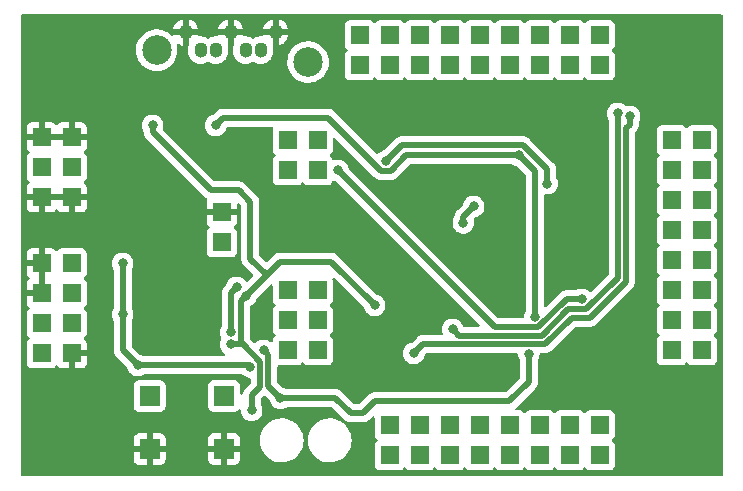
<source format=gbr>
%TF.GenerationSoftware,KiCad,Pcbnew,6.0.10+dfsg-1~bpo11+1*%
%TF.CreationDate,2023-02-19T23:01:33+00:00*%
%TF.ProjectId,PROGLOG01,50524f47-4c4f-4473-9031-2e6b69636164,B*%
%TF.SameCoordinates,Original*%
%TF.FileFunction,Copper,L1,Top*%
%TF.FilePolarity,Positive*%
%FSLAX46Y46*%
G04 Gerber Fmt 4.6, Leading zero omitted, Abs format (unit mm)*
G04 Created by KiCad (PCBNEW 6.0.10+dfsg-1~bpo11+1) date 2023-02-19 23:01:33*
%MOMM*%
%LPD*%
G01*
G04 APERTURE LIST*
%TA.AperFunction,ComponentPad*%
%ADD10R,1.524000X1.524000*%
%TD*%
%TA.AperFunction,ComponentPad*%
%ADD11C,6.000000*%
%TD*%
%TA.AperFunction,ComponentPad*%
%ADD12R,1.676400X1.676400*%
%TD*%
%TA.AperFunction,ComponentPad*%
%ADD13O,1.100000X1.300000*%
%TD*%
%TA.AperFunction,ComponentPad*%
%ADD14C,2.500000*%
%TD*%
%TA.AperFunction,ViaPad*%
%ADD15C,0.800000*%
%TD*%
%TA.AperFunction,Conductor*%
%ADD16C,0.500000*%
%TD*%
G04 APERTURE END LIST*
D10*
%TO.P,J23,1*%
%TO.N,/IOT_50b*%
X204470000Y-103886000D03*
%TO.P,J23,2*%
X204470000Y-106426000D03*
%TD*%
%TO.P,J21,1*%
%TO.N,/IOT_48b*%
X199390000Y-103886000D03*
%TO.P,J21,2*%
X199390000Y-106426000D03*
%TD*%
%TO.P,J1,1*%
%TO.N,GND*%
X159766000Y-112522000D03*
%TO.P,J1,2*%
X162306000Y-112522000D03*
%TO.P,J1,3*%
%TO.N,+3V3*%
X159766000Y-115062000D03*
%TO.P,J1,4*%
X162306000Y-115062000D03*
%TO.P,J1,5*%
%TO.N,GND*%
X159766000Y-117602000D03*
%TO.P,J1,6*%
X162306000Y-117602000D03*
%TD*%
%TO.P,J18,1*%
%TO.N,/IOT_44b*%
X194310000Y-103886000D03*
%TO.P,J18,2*%
X194310000Y-106426000D03*
%TD*%
%TO.P,J25,1*%
%TO.N,/RGB0*%
X207010000Y-103886000D03*
%TO.P,J25,2*%
X207010000Y-106426000D03*
%TD*%
%TO.P,J24,1*%
%TO.N,/IOT_51a*%
X213106000Y-112776000D03*
%TO.P,J24,2*%
X215646000Y-112776000D03*
%TD*%
%TO.P,J16,1*%
%TO.N,/IOT_42b*%
X189230000Y-103886000D03*
%TO.P,J16,2*%
X189230000Y-106426000D03*
%TD*%
%TO.P,J6,1*%
%TO.N,/IOB_16a*%
X199390000Y-136906000D03*
%TO.P,J6,2*%
X199390000Y-139446000D03*
%TD*%
%TO.P,J20,1*%
%TO.N,/IOT_46b_G0*%
X196850000Y-103886000D03*
%TO.P,J20,2*%
X196850000Y-106426000D03*
%TD*%
D11*
%TO.P,M4,1*%
%TO.N,GND*%
X162306000Y-136906000D03*
%TD*%
D10*
%TO.P,J4,1*%
%TO.N,GND*%
X159766000Y-123190000D03*
%TO.P,J4,2*%
%TO.N,/SPI_SS*%
X162306000Y-123190000D03*
%TO.P,J4,3*%
%TO.N,GND*%
X159766000Y-125730000D03*
%TO.P,J4,4*%
%TO.N,/SPI_SI*%
X162306000Y-125730000D03*
%TO.P,J4,5*%
%TO.N,/SPI_SCK*%
X159766000Y-128270000D03*
%TO.P,J4,6*%
%TO.N,/SPI_SO*%
X162306000Y-128270000D03*
%TO.P,J4,7*%
%TO.N,/NRESET*%
X159766000Y-130810000D03*
%TO.P,J4,8*%
%TO.N,GND*%
X162306000Y-130810000D03*
%TD*%
%TO.P,J5,1*%
%TO.N,/IOB_13b*%
X201930000Y-136906000D03*
%TO.P,J5,2*%
X201930000Y-139446000D03*
%TD*%
D12*
%TO.P,SW1,1*%
%TO.N,/NRESET*%
X175209600Y-134402000D03*
X168909600Y-134402000D03*
%TO.P,SW1,2*%
%TO.N,GND*%
X175209600Y-138902000D03*
X168909600Y-138902000D03*
%TD*%
D10*
%TO.P,J31,1*%
%TO.N,/IOB_5b*%
X213106000Y-120396000D03*
%TO.P,J31,2*%
X215646000Y-120396000D03*
%TD*%
%TO.P,J29,1*%
%TO.N,/IOB_3b_G6*%
X213106000Y-117856000D03*
%TO.P,J29,2*%
X215646000Y-117856000D03*
%TD*%
%TO.P,J27,1*%
%TO.N,/IOB_0a*%
X213106000Y-122936000D03*
%TO.P,J27,2*%
X215646000Y-122936000D03*
%TD*%
%TO.P,J19,1*%
%TO.N,/IOT_45a_G1*%
X201930000Y-103886000D03*
%TO.P,J19,2*%
X201930000Y-106426000D03*
%TD*%
%TO.P,J28,1*%
%TO.N,/IOB_2a*%
X213106000Y-125476000D03*
%TO.P,J28,2*%
X215646000Y-125476000D03*
%TD*%
%TO.P,J30,1*%
%TO.N,/IOB_4a*%
X213106000Y-128016000D03*
%TO.P,J30,2*%
X215646000Y-128016000D03*
%TD*%
%TO.P,J7,1*%
%TO.N,/IOB_18a*%
X196850000Y-136906000D03*
%TO.P,J7,2*%
X196850000Y-139446000D03*
%TD*%
D11*
%TO.P,M2,1*%
%TO.N,GND*%
X213106000Y-106426000D03*
%TD*%
%TO.P,M1,1*%
%TO.N,GND*%
X213106000Y-136906000D03*
%TD*%
D10*
%TO.P,J2,1*%
%TO.N,Net-(J2-Pad1)*%
X175006000Y-121412000D03*
%TO.P,J2,2*%
%TO.N,GND*%
X175006000Y-118872000D03*
%TD*%
%TO.P,J34,1*%
%TO.N,/IOB_9b*%
X207010000Y-136906000D03*
%TO.P,J34,2*%
X207010000Y-139446000D03*
%TD*%
%TO.P,J32,1*%
%TO.N,/IOB_6a*%
X213106000Y-130556000D03*
%TO.P,J32,2*%
X215646000Y-130556000D03*
%TD*%
%TO.P,J13,1*%
%TO.N,/IOB_29b*%
X180594000Y-128016000D03*
%TO.P,J13,2*%
X183134000Y-128016000D03*
%TD*%
%TO.P,J11,1*%
%TO.N,/IOB_24a*%
X189230000Y-136906000D03*
%TO.P,J11,2*%
X189230000Y-139446000D03*
%TD*%
%TO.P,J14,1*%
%TO.N,/IOB_31b*%
X183134000Y-130556000D03*
%TO.P,J14,2*%
X180594000Y-130556000D03*
%TD*%
%TO.P,J15,1*%
%TO.N,/IOT_41a*%
X186690000Y-103886000D03*
%TO.P,J15,2*%
X186690000Y-106426000D03*
%TD*%
%TO.P,J22,1*%
%TO.N,/IOT_49a*%
X213106000Y-115316000D03*
%TO.P,J22,2*%
X215646000Y-115316000D03*
%TD*%
%TO.P,J33,1*%
%TO.N,/IOB_8a*%
X204470000Y-136906000D03*
%TO.P,J33,2*%
X204470000Y-139446000D03*
%TD*%
%TO.P,J17,1*%
%TO.N,/IOT_43a*%
X191770000Y-103886000D03*
%TO.P,J17,2*%
X191770000Y-106426000D03*
%TD*%
%TO.P,J8,1*%
%TO.N,/IOB_20a*%
X194310000Y-136906000D03*
%TO.P,J8,2*%
X194310000Y-139446000D03*
%TD*%
%TO.P,J9,1*%
%TO.N,/IOB_22b*%
X191770000Y-136906000D03*
%TO.P,J9,2*%
X191770000Y-139446000D03*
%TD*%
D13*
%TO.P,J26,1*%
%TO.N,GND*%
X171958000Y-103632000D03*
%TO.P,J26,2*%
%TO.N,/SATA_1P*%
X173228000Y-105132000D03*
%TO.P,J26,3*%
%TO.N,/SATA_1N*%
X174498000Y-105132000D03*
%TO.P,J26,4*%
%TO.N,GND*%
X175768000Y-103632000D03*
%TO.P,J26,5*%
%TO.N,/SATA_2P*%
X177038000Y-105132000D03*
%TO.P,J26,6*%
%TO.N,/SATA_2N*%
X178308000Y-105132000D03*
%TO.P,J26,7*%
%TO.N,GND*%
X179578000Y-103632000D03*
D14*
%TO.P,J26,8*%
%TO.N,N/C*%
X182328000Y-106132000D03*
%TO.P,J26,9*%
X169498000Y-105132000D03*
%TD*%
D11*
%TO.P,M3,1*%
%TO.N,GND*%
X162306000Y-106426000D03*
%TD*%
D10*
%TO.P,J10,1*%
%TO.N,/IOB_23b*%
X180594000Y-125476000D03*
%TO.P,J10,2*%
X183134000Y-125476000D03*
%TD*%
%TO.P,J3,1*%
%TO.N,/VCCIO_0*%
X180594000Y-112776000D03*
%TO.P,J3,2*%
X183134000Y-112776000D03*
%TO.P,J3,3*%
%TO.N,/VCCIO_2*%
X180594000Y-115316000D03*
%TO.P,J3,4*%
X183134000Y-115316000D03*
%TD*%
D15*
%TO.N,+3V3*%
X175755300Y-130060700D03*
X169164000Y-111506000D03*
X187960000Y-126746000D03*
X177546000Y-135636000D03*
X177038000Y-125984000D03*
%TO.N,GND*%
X167132000Y-109220000D03*
X166573200Y-121361200D03*
X199136000Y-122936000D03*
X199136000Y-121412000D03*
X184759600Y-106781600D03*
X182626000Y-120269000D03*
X199136000Y-119888000D03*
X192595500Y-121285000D03*
X165100000Y-127254000D03*
X178206400Y-108127800D03*
X209503219Y-129163019D03*
X159004000Y-120396000D03*
X203200000Y-119888000D03*
X208838800Y-132943600D03*
X203200000Y-135001000D03*
X162560000Y-120396000D03*
X189992000Y-116382800D03*
X184912000Y-121666000D03*
X167589200Y-111480600D03*
X181356000Y-118872000D03*
X203200000Y-122936000D03*
X192278000Y-111760000D03*
X203200000Y-121412000D03*
X185064400Y-126644400D03*
X160528000Y-120396000D03*
X211175600Y-110794800D03*
X178308000Y-126619000D03*
X173101000Y-120167400D03*
X168656000Y-109220000D03*
X170180000Y-109220000D03*
%TO.N,+1V2*%
X201513459Y-127726460D03*
X200152000Y-114046000D03*
X174498000Y-111506000D03*
%TO.N,/VCCIO_1*%
X196342000Y-118364000D03*
X195467103Y-119765797D03*
%TO.N,/VCCIO_2*%
X184861200Y-115316000D03*
X205486000Y-126238000D03*
%TO.N,/NRESET*%
X179980358Y-134620000D03*
X178562000Y-130556000D03*
X201015600Y-130862021D03*
%TO.N,/SPI_SS*%
X166624000Y-127508000D03*
X166624000Y-123190000D03*
X167894000Y-131826000D03*
X177414347Y-131957653D03*
%TO.N,/VCCIO_0*%
X202566801Y-116433600D03*
X188925200Y-114517000D03*
%TO.N,/RGB1*%
X194564000Y-128778000D03*
X208534000Y-110490000D03*
%TO.N,Net-(J2-Pad1)*%
X176276000Y-125222000D03*
X175768000Y-129032000D03*
%TO.N,Net-(D3-Pad1)*%
X191262000Y-130810000D03*
X209550000Y-110744000D03*
%TD*%
D16*
%TO.N,+3V3*%
X176775396Y-130060700D02*
X178264348Y-131549652D01*
X176638001Y-129923305D02*
X176775396Y-130060700D01*
X175755300Y-130060700D02*
X176775396Y-130060700D01*
X179984400Y-123037600D02*
X184251600Y-123037600D01*
X176453800Y-117017800D02*
X177437999Y-118001999D01*
X177038000Y-125984000D02*
X178816000Y-124206000D01*
X176638001Y-126383999D02*
X176638001Y-129923305D01*
X177437999Y-118001999D02*
X177437999Y-122827999D01*
X169164000Y-111506000D02*
X169164000Y-112071685D01*
X177038000Y-125984000D02*
X176638001Y-126383999D01*
X177437999Y-122827999D02*
X178816000Y-124206000D01*
X178264348Y-133647652D02*
X177546000Y-134366000D01*
X174110115Y-117017800D02*
X176453800Y-117017800D01*
X178264348Y-131549652D02*
X178264348Y-133647652D01*
X184251600Y-123037600D02*
X187960000Y-126746000D01*
X177546000Y-135636000D02*
X177546000Y-134366000D01*
X178816000Y-124206000D02*
X179984400Y-123037600D01*
X169164000Y-112071685D02*
X174110115Y-117017800D01*
%TO.N,+1V2*%
X183995798Y-110845600D02*
X175158400Y-110845600D01*
X175158400Y-110845600D02*
X174498000Y-111506000D01*
X201513459Y-115407459D02*
X200152000Y-114046000D01*
X190654202Y-114046000D02*
X189333201Y-115367001D01*
X201513459Y-127726460D02*
X201513459Y-115407459D01*
X189333201Y-115367001D02*
X188517199Y-115367001D01*
X200152000Y-114046000D02*
X190654202Y-114046000D01*
X188517199Y-115367001D02*
X183995798Y-110845600D01*
%TO.N,/VCCIO_1*%
X195467103Y-119765797D02*
X195467103Y-119238897D01*
X195467103Y-119238897D02*
X196342000Y-118364000D01*
X195467103Y-119765797D02*
X195467103Y-119619897D01*
%TO.N,/VCCIO_2*%
X204204002Y-126238000D02*
X201830001Y-128612001D01*
X205486000Y-126238000D02*
X204204002Y-126238000D01*
X201830001Y-128612001D02*
X198157201Y-128612001D01*
X185261199Y-115715999D02*
X184861200Y-115316000D01*
X198157201Y-128612001D02*
X185261199Y-115715999D01*
%TO.N,/NRESET*%
X178964358Y-130958358D02*
X178562000Y-130556000D01*
X187960000Y-134874000D02*
X186944000Y-135890000D01*
X181356000Y-134620000D02*
X179980358Y-134620000D01*
X187960000Y-134874000D02*
X199365210Y-134874000D01*
X181393733Y-134582267D02*
X181356000Y-134620000D01*
X178961999Y-131257340D02*
X178964358Y-131259699D01*
X179980358Y-134620000D02*
X178964358Y-133604000D01*
X178964358Y-133604000D02*
X178964358Y-131259699D01*
X185928000Y-135890000D02*
X184620267Y-134582267D01*
X178964358Y-131259699D02*
X178964358Y-130958358D01*
X184620267Y-134582267D02*
X181393733Y-134582267D01*
X201015600Y-130862021D02*
X201015600Y-133223610D01*
X186944000Y-135890000D02*
X185928000Y-135890000D01*
X201015600Y-133223610D02*
X199365210Y-134874000D01*
%TO.N,/SPI_SS*%
X167894000Y-131826000D02*
X166624000Y-130556000D01*
X177282694Y-131826000D02*
X177414347Y-131957653D01*
X166624000Y-130556000D02*
X166624000Y-123190000D01*
X167894000Y-131826000D02*
X177282694Y-131826000D01*
%TO.N,/VCCIO_0*%
X200560001Y-113195999D02*
X190246201Y-113195999D01*
X202566801Y-116433600D02*
X202566801Y-115202799D01*
X190246201Y-113195999D02*
X188925200Y-114517000D01*
X202566801Y-115202799D02*
X200560001Y-113195999D01*
%TO.N,/RGB1*%
X195098011Y-129312011D02*
X194564000Y-128778000D01*
X208534000Y-110490000D02*
X208534000Y-124448002D01*
X205894001Y-127088001D02*
X204343963Y-127088001D01*
X202119954Y-129312011D02*
X195098011Y-129312011D01*
X208534000Y-124448002D02*
X205894001Y-127088001D01*
X204343963Y-127088001D02*
X202119954Y-129312011D01*
%TO.N,Net-(J2-Pad1)*%
X175768000Y-125730000D02*
X176276000Y-125222000D01*
X175768000Y-129032000D02*
X175768000Y-125730000D01*
%TO.N,Net-(D3-Pad1)*%
X204633917Y-127788011D02*
X206183954Y-127788011D01*
X192059979Y-130012021D02*
X202409907Y-130012021D01*
X206183954Y-127788011D02*
X209234010Y-124737955D01*
X209550000Y-111444010D02*
X209550000Y-110744000D01*
X209234010Y-111760000D02*
X209550000Y-111444010D01*
X209234010Y-124737955D02*
X209234010Y-111760000D01*
X202409907Y-130012021D02*
X204633917Y-127788011D01*
X191262000Y-130810000D02*
X192059979Y-130012021D01*
%TD*%
%TA.AperFunction,Conductor*%
%TO.N,GND*%
G36*
X217365621Y-102128502D02*
G01*
X217412114Y-102182158D01*
X217423500Y-102234500D01*
X217423500Y-141097500D01*
X217403498Y-141165621D01*
X217349842Y-141212114D01*
X217297500Y-141223500D01*
X158114500Y-141223500D01*
X158046379Y-141203498D01*
X157999886Y-141149842D01*
X157988500Y-141097500D01*
X157988500Y-139784869D01*
X167563401Y-139784869D01*
X167563771Y-139791690D01*
X167569295Y-139842552D01*
X167572921Y-139857804D01*
X167618076Y-139978254D01*
X167626614Y-139993849D01*
X167703115Y-140095924D01*
X167715676Y-140108485D01*
X167817751Y-140184986D01*
X167833346Y-140193524D01*
X167953794Y-140238678D01*
X167969049Y-140242305D01*
X168019914Y-140247831D01*
X168026728Y-140248200D01*
X168637485Y-140248200D01*
X168652724Y-140243725D01*
X168653929Y-140242335D01*
X168655600Y-140234652D01*
X168655600Y-140230084D01*
X169163600Y-140230084D01*
X169168075Y-140245323D01*
X169169465Y-140246528D01*
X169177148Y-140248199D01*
X169792469Y-140248199D01*
X169799290Y-140247829D01*
X169850152Y-140242305D01*
X169865404Y-140238679D01*
X169985854Y-140193524D01*
X170001449Y-140184986D01*
X170103524Y-140108485D01*
X170116085Y-140095924D01*
X170192586Y-139993849D01*
X170201124Y-139978254D01*
X170246278Y-139857806D01*
X170249905Y-139842551D01*
X170255431Y-139791686D01*
X170255800Y-139784872D01*
X170255800Y-139784869D01*
X173863401Y-139784869D01*
X173863771Y-139791690D01*
X173869295Y-139842552D01*
X173872921Y-139857804D01*
X173918076Y-139978254D01*
X173926614Y-139993849D01*
X174003115Y-140095924D01*
X174015676Y-140108485D01*
X174117751Y-140184986D01*
X174133346Y-140193524D01*
X174253794Y-140238678D01*
X174269049Y-140242305D01*
X174319914Y-140247831D01*
X174326728Y-140248200D01*
X174937485Y-140248200D01*
X174952724Y-140243725D01*
X174953929Y-140242335D01*
X174955600Y-140234652D01*
X174955600Y-140230084D01*
X175463600Y-140230084D01*
X175468075Y-140245323D01*
X175469465Y-140246528D01*
X175477148Y-140248199D01*
X176092469Y-140248199D01*
X176099290Y-140247829D01*
X176150152Y-140242305D01*
X176165404Y-140238679D01*
X176285854Y-140193524D01*
X176301449Y-140184986D01*
X176403524Y-140108485D01*
X176416085Y-140095924D01*
X176492586Y-139993849D01*
X176501124Y-139978254D01*
X176546278Y-139857806D01*
X176549905Y-139842551D01*
X176555431Y-139791686D01*
X176555800Y-139784872D01*
X176555800Y-139174115D01*
X176551325Y-139158876D01*
X176549935Y-139157671D01*
X176542252Y-139156000D01*
X175481715Y-139156000D01*
X175466476Y-139160475D01*
X175465271Y-139161865D01*
X175463600Y-139169548D01*
X175463600Y-140230084D01*
X174955600Y-140230084D01*
X174955600Y-139174115D01*
X174951125Y-139158876D01*
X174949735Y-139157671D01*
X174942052Y-139156000D01*
X173881516Y-139156000D01*
X173866277Y-139160475D01*
X173865072Y-139161865D01*
X173863401Y-139169548D01*
X173863401Y-139784869D01*
X170255800Y-139784869D01*
X170255800Y-139174115D01*
X170251325Y-139158876D01*
X170249935Y-139157671D01*
X170242252Y-139156000D01*
X169181715Y-139156000D01*
X169166476Y-139160475D01*
X169165271Y-139161865D01*
X169163600Y-139169548D01*
X169163600Y-140230084D01*
X168655600Y-140230084D01*
X168655600Y-139174115D01*
X168651125Y-139158876D01*
X168649735Y-139157671D01*
X168642052Y-139156000D01*
X167581516Y-139156000D01*
X167566277Y-139160475D01*
X167565072Y-139161865D01*
X167563401Y-139169548D01*
X167563401Y-139784869D01*
X157988500Y-139784869D01*
X157988500Y-138629885D01*
X167563400Y-138629885D01*
X167567875Y-138645124D01*
X167569265Y-138646329D01*
X167576948Y-138648000D01*
X168637485Y-138648000D01*
X168652724Y-138643525D01*
X168653929Y-138642135D01*
X168655600Y-138634452D01*
X168655600Y-138629885D01*
X169163600Y-138629885D01*
X169168075Y-138645124D01*
X169169465Y-138646329D01*
X169177148Y-138648000D01*
X170237684Y-138648000D01*
X170252923Y-138643525D01*
X170254128Y-138642135D01*
X170255799Y-138634452D01*
X170255799Y-138629885D01*
X173863400Y-138629885D01*
X173867875Y-138645124D01*
X173869265Y-138646329D01*
X173876948Y-138648000D01*
X174937485Y-138648000D01*
X174952724Y-138643525D01*
X174953929Y-138642135D01*
X174955600Y-138634452D01*
X174955600Y-138629885D01*
X175463600Y-138629885D01*
X175468075Y-138645124D01*
X175469465Y-138646329D01*
X175477148Y-138648000D01*
X176537684Y-138648000D01*
X176552923Y-138643525D01*
X176554128Y-138642135D01*
X176555799Y-138634452D01*
X176555799Y-138218277D01*
X178223009Y-138218277D01*
X178248625Y-138486769D01*
X178249710Y-138491203D01*
X178249711Y-138491209D01*
X178311645Y-138744312D01*
X178312731Y-138748750D01*
X178413985Y-138998733D01*
X178550265Y-139231482D01*
X178553118Y-139235049D01*
X178670686Y-139382060D01*
X178718716Y-139442119D01*
X178915809Y-139626234D01*
X179137416Y-139779968D01*
X179141499Y-139781999D01*
X179141502Y-139782001D01*
X179147267Y-139784869D01*
X179378894Y-139900101D01*
X179383228Y-139901522D01*
X179383231Y-139901523D01*
X179630853Y-139982698D01*
X179630859Y-139982699D01*
X179635186Y-139984118D01*
X179639677Y-139984898D01*
X179639678Y-139984898D01*
X179897140Y-140029601D01*
X179897148Y-140029602D01*
X179900921Y-140030257D01*
X179904758Y-140030448D01*
X179984578Y-140034422D01*
X179984586Y-140034422D01*
X179986149Y-140034500D01*
X180154512Y-140034500D01*
X180156780Y-140034335D01*
X180156792Y-140034335D01*
X180287884Y-140024823D01*
X180355004Y-140019953D01*
X180359459Y-140018969D01*
X180359462Y-140018969D01*
X180613912Y-139962791D01*
X180613916Y-139962790D01*
X180618372Y-139961806D01*
X180744480Y-139914028D01*
X180866318Y-139867868D01*
X180866321Y-139867867D01*
X180870588Y-139866250D01*
X181106368Y-139735286D01*
X181320773Y-139571657D01*
X181509312Y-139378792D01*
X181668034Y-139160730D01*
X181751190Y-139002676D01*
X181791490Y-138926079D01*
X181791493Y-138926073D01*
X181793615Y-138922039D01*
X181856378Y-138744312D01*
X181881902Y-138672033D01*
X181881902Y-138672032D01*
X181883425Y-138667720D01*
X181927184Y-138445703D01*
X181934700Y-138407572D01*
X181934701Y-138407566D01*
X181935581Y-138403100D01*
X181944782Y-138218277D01*
X182287009Y-138218277D01*
X182312625Y-138486769D01*
X182313710Y-138491203D01*
X182313711Y-138491209D01*
X182375645Y-138744312D01*
X182376731Y-138748750D01*
X182477985Y-138998733D01*
X182614265Y-139231482D01*
X182617118Y-139235049D01*
X182734686Y-139382060D01*
X182782716Y-139442119D01*
X182979809Y-139626234D01*
X183201416Y-139779968D01*
X183205499Y-139781999D01*
X183205502Y-139782001D01*
X183211267Y-139784869D01*
X183442894Y-139900101D01*
X183447228Y-139901522D01*
X183447231Y-139901523D01*
X183694853Y-139982698D01*
X183694859Y-139982699D01*
X183699186Y-139984118D01*
X183703677Y-139984898D01*
X183703678Y-139984898D01*
X183961140Y-140029601D01*
X183961148Y-140029602D01*
X183964921Y-140030257D01*
X183968758Y-140030448D01*
X184048578Y-140034422D01*
X184048586Y-140034422D01*
X184050149Y-140034500D01*
X184218512Y-140034500D01*
X184220780Y-140034335D01*
X184220792Y-140034335D01*
X184351884Y-140024823D01*
X184419004Y-140019953D01*
X184423459Y-140018969D01*
X184423462Y-140018969D01*
X184677912Y-139962791D01*
X184677916Y-139962790D01*
X184682372Y-139961806D01*
X184808480Y-139914028D01*
X184930318Y-139867868D01*
X184930321Y-139867867D01*
X184934588Y-139866250D01*
X185170368Y-139735286D01*
X185384773Y-139571657D01*
X185573312Y-139378792D01*
X185732034Y-139160730D01*
X185815190Y-139002676D01*
X185855490Y-138926079D01*
X185855493Y-138926073D01*
X185857615Y-138922039D01*
X185920378Y-138744312D01*
X185945902Y-138672033D01*
X185945902Y-138672032D01*
X185947425Y-138667720D01*
X185991184Y-138445703D01*
X185998700Y-138407572D01*
X185998701Y-138407566D01*
X185999581Y-138403100D01*
X186008782Y-138218277D01*
X186012764Y-138138292D01*
X186012764Y-138138286D01*
X186012991Y-138133723D01*
X185987375Y-137865231D01*
X185977714Y-137825746D01*
X185924355Y-137607688D01*
X185923269Y-137603250D01*
X185822015Y-137353267D01*
X185685735Y-137120518D01*
X185567928Y-136973208D01*
X185520136Y-136913447D01*
X185520135Y-136913445D01*
X185517284Y-136909881D01*
X185320191Y-136725766D01*
X185098584Y-136572032D01*
X185094501Y-136570001D01*
X185094498Y-136569999D01*
X184963430Y-136504794D01*
X184857106Y-136451899D01*
X184852772Y-136450478D01*
X184852769Y-136450477D01*
X184605147Y-136369302D01*
X184605141Y-136369301D01*
X184600814Y-136367882D01*
X184596322Y-136367102D01*
X184338860Y-136322399D01*
X184338852Y-136322398D01*
X184335079Y-136321743D01*
X184323817Y-136321182D01*
X184251422Y-136317578D01*
X184251414Y-136317578D01*
X184249851Y-136317500D01*
X184081488Y-136317500D01*
X184079220Y-136317665D01*
X184079208Y-136317665D01*
X183948116Y-136327177D01*
X183880996Y-136332047D01*
X183876541Y-136333031D01*
X183876538Y-136333031D01*
X183622088Y-136389209D01*
X183622084Y-136389210D01*
X183617628Y-136390194D01*
X183520169Y-136427118D01*
X183369682Y-136484132D01*
X183369679Y-136484133D01*
X183365412Y-136485750D01*
X183302679Y-136520595D01*
X183146174Y-136607526D01*
X183129632Y-136616714D01*
X182915227Y-136780343D01*
X182726688Y-136973208D01*
X182567966Y-137191270D01*
X182565844Y-137195304D01*
X182444510Y-137425921D01*
X182444507Y-137425927D01*
X182442385Y-137429961D01*
X182440865Y-137434266D01*
X182440863Y-137434270D01*
X182378638Y-137610476D01*
X182352575Y-137684280D01*
X182335589Y-137770460D01*
X182305105Y-137925127D01*
X182300419Y-137948900D01*
X182300192Y-137953453D01*
X182300192Y-137953456D01*
X182287777Y-138202852D01*
X182287009Y-138218277D01*
X181944782Y-138218277D01*
X181948764Y-138138292D01*
X181948764Y-138138286D01*
X181948991Y-138133723D01*
X181923375Y-137865231D01*
X181913714Y-137825746D01*
X181860355Y-137607688D01*
X181859269Y-137603250D01*
X181758015Y-137353267D01*
X181621735Y-137120518D01*
X181503928Y-136973208D01*
X181456136Y-136913447D01*
X181456135Y-136913445D01*
X181453284Y-136909881D01*
X181256191Y-136725766D01*
X181034584Y-136572032D01*
X181030501Y-136570001D01*
X181030498Y-136569999D01*
X180899430Y-136504794D01*
X180793106Y-136451899D01*
X180788772Y-136450478D01*
X180788769Y-136450477D01*
X180541147Y-136369302D01*
X180541141Y-136369301D01*
X180536814Y-136367882D01*
X180532322Y-136367102D01*
X180274860Y-136322399D01*
X180274852Y-136322398D01*
X180271079Y-136321743D01*
X180259817Y-136321182D01*
X180187422Y-136317578D01*
X180187414Y-136317578D01*
X180185851Y-136317500D01*
X180017488Y-136317500D01*
X180015220Y-136317665D01*
X180015208Y-136317665D01*
X179884116Y-136327177D01*
X179816996Y-136332047D01*
X179812541Y-136333031D01*
X179812538Y-136333031D01*
X179558088Y-136389209D01*
X179558084Y-136389210D01*
X179553628Y-136390194D01*
X179456169Y-136427118D01*
X179305682Y-136484132D01*
X179305679Y-136484133D01*
X179301412Y-136485750D01*
X179238679Y-136520595D01*
X179082174Y-136607526D01*
X179065632Y-136616714D01*
X178851227Y-136780343D01*
X178662688Y-136973208D01*
X178503966Y-137191270D01*
X178501844Y-137195304D01*
X178380510Y-137425921D01*
X178380507Y-137425927D01*
X178378385Y-137429961D01*
X178376865Y-137434266D01*
X178376863Y-137434270D01*
X178314638Y-137610476D01*
X178288575Y-137684280D01*
X178271589Y-137770460D01*
X178241105Y-137925127D01*
X178236419Y-137948900D01*
X178236192Y-137953453D01*
X178236192Y-137953456D01*
X178223777Y-138202852D01*
X178223009Y-138218277D01*
X176555799Y-138218277D01*
X176555799Y-138019131D01*
X176555429Y-138012310D01*
X176549905Y-137961448D01*
X176546279Y-137946196D01*
X176501124Y-137825746D01*
X176492586Y-137810151D01*
X176416085Y-137708076D01*
X176403524Y-137695515D01*
X176301449Y-137619014D01*
X176285854Y-137610476D01*
X176165406Y-137565322D01*
X176150151Y-137561695D01*
X176099286Y-137556169D01*
X176092472Y-137555800D01*
X175481715Y-137555800D01*
X175466476Y-137560275D01*
X175465271Y-137561665D01*
X175463600Y-137569348D01*
X175463600Y-138629885D01*
X174955600Y-138629885D01*
X174955600Y-137573916D01*
X174951125Y-137558677D01*
X174949735Y-137557472D01*
X174942052Y-137555801D01*
X174326731Y-137555801D01*
X174319910Y-137556171D01*
X174269048Y-137561695D01*
X174253796Y-137565321D01*
X174133346Y-137610476D01*
X174117751Y-137619014D01*
X174015676Y-137695515D01*
X174003115Y-137708076D01*
X173926614Y-137810151D01*
X173918076Y-137825746D01*
X173872922Y-137946194D01*
X173869295Y-137961449D01*
X173863769Y-138012314D01*
X173863400Y-138019128D01*
X173863400Y-138629885D01*
X170255799Y-138629885D01*
X170255799Y-138019131D01*
X170255429Y-138012310D01*
X170249905Y-137961448D01*
X170246279Y-137946196D01*
X170201124Y-137825746D01*
X170192586Y-137810151D01*
X170116085Y-137708076D01*
X170103524Y-137695515D01*
X170001449Y-137619014D01*
X169985854Y-137610476D01*
X169865406Y-137565322D01*
X169850151Y-137561695D01*
X169799286Y-137556169D01*
X169792472Y-137555800D01*
X169181715Y-137555800D01*
X169166476Y-137560275D01*
X169165271Y-137561665D01*
X169163600Y-137569348D01*
X169163600Y-138629885D01*
X168655600Y-138629885D01*
X168655600Y-137573916D01*
X168651125Y-137558677D01*
X168649735Y-137557472D01*
X168642052Y-137555801D01*
X168026731Y-137555801D01*
X168019910Y-137556171D01*
X167969048Y-137561695D01*
X167953796Y-137565321D01*
X167833346Y-137610476D01*
X167817751Y-137619014D01*
X167715676Y-137695515D01*
X167703115Y-137708076D01*
X167626614Y-137810151D01*
X167618076Y-137825746D01*
X167572922Y-137946194D01*
X167569295Y-137961449D01*
X167563769Y-138012314D01*
X167563400Y-138019128D01*
X167563400Y-138629885D01*
X157988500Y-138629885D01*
X157988500Y-135288334D01*
X167562900Y-135288334D01*
X167569655Y-135350516D01*
X167620785Y-135486905D01*
X167708139Y-135603461D01*
X167824695Y-135690815D01*
X167961084Y-135741945D01*
X168023266Y-135748700D01*
X169795934Y-135748700D01*
X169858116Y-135741945D01*
X169994505Y-135690815D01*
X170111061Y-135603461D01*
X170198415Y-135486905D01*
X170249545Y-135350516D01*
X170256300Y-135288334D01*
X170256300Y-133515666D01*
X170249545Y-133453484D01*
X170198415Y-133317095D01*
X170111061Y-133200539D01*
X169994505Y-133113185D01*
X169858116Y-133062055D01*
X169795934Y-133055300D01*
X168023266Y-133055300D01*
X167961084Y-133062055D01*
X167824695Y-133113185D01*
X167708139Y-133200539D01*
X167620785Y-133317095D01*
X167569655Y-133453484D01*
X167562900Y-133515666D01*
X167562900Y-135288334D01*
X157988500Y-135288334D01*
X157988500Y-131620134D01*
X158495500Y-131620134D01*
X158502255Y-131682316D01*
X158553385Y-131818705D01*
X158640739Y-131935261D01*
X158757295Y-132022615D01*
X158893684Y-132073745D01*
X158955866Y-132080500D01*
X160576134Y-132080500D01*
X160638316Y-132073745D01*
X160774705Y-132022615D01*
X160891261Y-131935261D01*
X160935487Y-131876251D01*
X160992344Y-131833736D01*
X161063163Y-131828710D01*
X161125456Y-131862770D01*
X161137138Y-131876251D01*
X161175715Y-131927724D01*
X161188276Y-131940285D01*
X161290351Y-132016786D01*
X161305946Y-132025324D01*
X161426394Y-132070478D01*
X161441649Y-132074105D01*
X161492514Y-132079631D01*
X161499328Y-132080000D01*
X162033885Y-132080000D01*
X162049124Y-132075525D01*
X162050329Y-132074135D01*
X162052000Y-132066452D01*
X162052000Y-132061884D01*
X162560000Y-132061884D01*
X162564475Y-132077123D01*
X162565865Y-132078328D01*
X162573548Y-132079999D01*
X163112669Y-132079999D01*
X163119490Y-132079629D01*
X163170352Y-132074105D01*
X163185604Y-132070479D01*
X163306054Y-132025324D01*
X163321649Y-132016786D01*
X163423724Y-131940285D01*
X163436285Y-131927724D01*
X163512786Y-131825649D01*
X163521324Y-131810054D01*
X163566478Y-131689606D01*
X163570105Y-131674351D01*
X163575631Y-131623486D01*
X163576000Y-131616672D01*
X163576000Y-131082115D01*
X163571525Y-131066876D01*
X163570135Y-131065671D01*
X163562452Y-131064000D01*
X162578115Y-131064000D01*
X162562876Y-131068475D01*
X162561671Y-131069865D01*
X162560000Y-131077548D01*
X162560000Y-132061884D01*
X162052000Y-132061884D01*
X162052000Y-130682000D01*
X162072002Y-130613879D01*
X162125658Y-130567386D01*
X162178000Y-130556000D01*
X163557884Y-130556000D01*
X163573123Y-130551525D01*
X163574328Y-130550135D01*
X163575999Y-130542452D01*
X163575999Y-130003331D01*
X163575629Y-129996510D01*
X163570105Y-129945648D01*
X163566479Y-129930396D01*
X163521324Y-129809946D01*
X163512786Y-129794351D01*
X163436285Y-129692276D01*
X163423724Y-129679715D01*
X163372251Y-129641138D01*
X163329736Y-129584279D01*
X163324710Y-129513460D01*
X163358770Y-129451167D01*
X163372245Y-129439491D01*
X163431261Y-129395261D01*
X163518615Y-129278705D01*
X163569745Y-129142316D01*
X163576500Y-129080134D01*
X163576500Y-127508000D01*
X165710496Y-127508000D01*
X165711186Y-127514565D01*
X165725894Y-127654500D01*
X165730458Y-127697928D01*
X165789473Y-127879556D01*
X165792776Y-127885278D01*
X165792777Y-127885279D01*
X165848619Y-127981999D01*
X165865500Y-128044999D01*
X165865500Y-130488930D01*
X165864067Y-130507880D01*
X165860801Y-130529349D01*
X165861394Y-130536641D01*
X165861394Y-130536644D01*
X165865085Y-130582018D01*
X165865500Y-130592233D01*
X165865500Y-130600293D01*
X165867049Y-130613583D01*
X165868789Y-130628507D01*
X165869222Y-130632882D01*
X165875140Y-130705637D01*
X165877396Y-130712601D01*
X165878587Y-130718560D01*
X165879971Y-130724415D01*
X165880818Y-130731681D01*
X165905735Y-130800327D01*
X165907152Y-130804455D01*
X165922496Y-130851818D01*
X165929649Y-130873899D01*
X165933445Y-130880154D01*
X165935951Y-130885628D01*
X165938670Y-130891058D01*
X165941167Y-130897937D01*
X165945180Y-130904057D01*
X165945180Y-130904058D01*
X165981186Y-130958976D01*
X165983523Y-130962680D01*
X166021405Y-131025107D01*
X166025121Y-131029315D01*
X166025122Y-131029316D01*
X166028803Y-131033484D01*
X166028776Y-131033508D01*
X166031429Y-131036500D01*
X166034132Y-131039733D01*
X166038144Y-131045852D01*
X166043456Y-131050884D01*
X166094383Y-131099128D01*
X166096825Y-131101506D01*
X166973875Y-131978556D01*
X167004613Y-132028714D01*
X167059473Y-132197556D01*
X167154960Y-132362944D01*
X167282747Y-132504866D01*
X167381843Y-132576864D01*
X167431904Y-132613235D01*
X167437248Y-132617118D01*
X167443276Y-132619802D01*
X167443278Y-132619803D01*
X167605681Y-132692109D01*
X167611712Y-132694794D01*
X167705113Y-132714647D01*
X167792056Y-132733128D01*
X167792061Y-132733128D01*
X167798513Y-132734500D01*
X167989487Y-132734500D01*
X167995939Y-132733128D01*
X167995944Y-132733128D01*
X168082887Y-132714647D01*
X168176288Y-132694794D01*
X168182319Y-132692109D01*
X168344722Y-132619803D01*
X168344724Y-132619802D01*
X168350752Y-132617118D01*
X168356091Y-132613239D01*
X168356098Y-132613235D01*
X168362528Y-132608563D01*
X168436587Y-132584500D01*
X176700158Y-132584500D01*
X176768279Y-132604502D01*
X176793794Y-132626190D01*
X176803094Y-132636519D01*
X176957595Y-132748771D01*
X176963623Y-132751455D01*
X176963625Y-132751456D01*
X177126028Y-132823762D01*
X177132059Y-132826447D01*
X177225460Y-132846300D01*
X177312403Y-132864781D01*
X177312408Y-132864781D01*
X177318860Y-132866153D01*
X177379848Y-132866153D01*
X177447969Y-132886155D01*
X177494462Y-132939811D01*
X177505848Y-132992153D01*
X177505848Y-133281281D01*
X177485846Y-133349402D01*
X177468943Y-133370376D01*
X177057089Y-133782230D01*
X177042677Y-133794616D01*
X177031082Y-133803149D01*
X177031077Y-133803154D01*
X177025182Y-133807492D01*
X177020443Y-133813070D01*
X177020440Y-133813073D01*
X176990965Y-133847768D01*
X176984035Y-133855284D01*
X176978340Y-133860979D01*
X176976060Y-133863861D01*
X176960719Y-133883251D01*
X176957928Y-133886655D01*
X176921581Y-133929438D01*
X176910667Y-133942285D01*
X176907339Y-133948801D01*
X176903972Y-133953850D01*
X176900805Y-133958979D01*
X176896266Y-133964716D01*
X176865345Y-134030875D01*
X176863442Y-134034769D01*
X176830231Y-134099808D01*
X176828492Y-134106916D01*
X176826393Y-134112559D01*
X176824476Y-134118322D01*
X176821378Y-134124950D01*
X176819888Y-134132112D01*
X176819888Y-134132113D01*
X176806514Y-134196412D01*
X176805543Y-134200702D01*
X176804689Y-134204192D01*
X176769069Y-134265606D01*
X176705900Y-134298013D01*
X176635239Y-134291124D01*
X176579519Y-134247126D01*
X176556300Y-134174243D01*
X176556300Y-133515666D01*
X176549545Y-133453484D01*
X176498415Y-133317095D01*
X176411061Y-133200539D01*
X176294505Y-133113185D01*
X176158116Y-133062055D01*
X176095934Y-133055300D01*
X174323266Y-133055300D01*
X174261084Y-133062055D01*
X174124695Y-133113185D01*
X174008139Y-133200539D01*
X173920785Y-133317095D01*
X173869655Y-133453484D01*
X173862900Y-133515666D01*
X173862900Y-135288334D01*
X173869655Y-135350516D01*
X173920785Y-135486905D01*
X174008139Y-135603461D01*
X174124695Y-135690815D01*
X174261084Y-135741945D01*
X174323266Y-135748700D01*
X176095934Y-135748700D01*
X176158116Y-135741945D01*
X176294505Y-135690815D01*
X176411061Y-135603461D01*
X176416442Y-135596281D01*
X176421378Y-135591345D01*
X176483690Y-135557319D01*
X176554505Y-135562384D01*
X176611341Y-135604931D01*
X176635782Y-135667269D01*
X176641042Y-135717313D01*
X176647709Y-135780739D01*
X176652458Y-135825928D01*
X176711473Y-136007556D01*
X176806960Y-136172944D01*
X176934747Y-136314866D01*
X177022897Y-136378911D01*
X177077252Y-136418402D01*
X177089248Y-136427118D01*
X177095276Y-136429802D01*
X177095278Y-136429803D01*
X177236312Y-136492595D01*
X177263712Y-136504794D01*
X177357112Y-136524647D01*
X177444056Y-136543128D01*
X177444061Y-136543128D01*
X177450513Y-136544500D01*
X177641487Y-136544500D01*
X177647939Y-136543128D01*
X177647944Y-136543128D01*
X177734888Y-136524647D01*
X177828288Y-136504794D01*
X177855688Y-136492595D01*
X177996722Y-136429803D01*
X177996724Y-136429802D01*
X178002752Y-136427118D01*
X178014749Y-136418402D01*
X178069103Y-136378911D01*
X178157253Y-136314866D01*
X178285040Y-136172944D01*
X178380527Y-136007556D01*
X178439542Y-135825928D01*
X178444292Y-135780739D01*
X178458814Y-135642565D01*
X178459504Y-135636000D01*
X178451710Y-135561842D01*
X178440232Y-135452635D01*
X178440232Y-135452633D01*
X178439542Y-135446072D01*
X178380527Y-135264444D01*
X178321381Y-135162000D01*
X178304500Y-135099001D01*
X178304500Y-134732371D01*
X178324502Y-134664250D01*
X178341405Y-134643276D01*
X178547084Y-134437597D01*
X178609396Y-134403571D01*
X178680211Y-134408636D01*
X178725274Y-134437597D01*
X179060233Y-134772556D01*
X179090971Y-134822714D01*
X179145831Y-134991556D01*
X179241318Y-135156944D01*
X179369105Y-135298866D01*
X179426777Y-135340767D01*
X179518262Y-135407235D01*
X179523606Y-135411118D01*
X179529634Y-135413802D01*
X179529636Y-135413803D01*
X179654054Y-135469197D01*
X179698070Y-135488794D01*
X179791470Y-135508647D01*
X179878414Y-135527128D01*
X179878419Y-135527128D01*
X179884871Y-135528500D01*
X180075845Y-135528500D01*
X180082297Y-135527128D01*
X180082302Y-135527128D01*
X180169246Y-135508647D01*
X180262646Y-135488794D01*
X180306662Y-135469197D01*
X180431080Y-135413803D01*
X180431082Y-135413802D01*
X180437110Y-135411118D01*
X180442449Y-135407239D01*
X180442456Y-135407235D01*
X180448886Y-135402563D01*
X180522945Y-135378500D01*
X181288930Y-135378500D01*
X181307880Y-135379933D01*
X181322115Y-135382099D01*
X181322119Y-135382099D01*
X181329349Y-135383199D01*
X181336641Y-135382606D01*
X181336644Y-135382606D01*
X181382018Y-135378915D01*
X181392233Y-135378500D01*
X181400293Y-135378500D01*
X181413583Y-135376951D01*
X181428507Y-135375211D01*
X181432882Y-135374778D01*
X181498339Y-135369454D01*
X181498342Y-135369453D01*
X181505637Y-135368860D01*
X181512598Y-135366605D01*
X181518533Y-135365419D01*
X181524410Y-135364030D01*
X181531681Y-135363182D01*
X181538565Y-135360683D01*
X181538570Y-135360682D01*
X181572602Y-135348329D01*
X181615594Y-135340767D01*
X184253896Y-135340767D01*
X184322017Y-135360769D01*
X184342991Y-135377672D01*
X185344230Y-136378911D01*
X185356616Y-136393323D01*
X185365149Y-136404918D01*
X185365154Y-136404923D01*
X185369492Y-136410818D01*
X185375070Y-136415557D01*
X185375073Y-136415560D01*
X185409768Y-136445035D01*
X185417284Y-136451965D01*
X185422980Y-136457661D01*
X185425841Y-136459924D01*
X185425846Y-136459929D01*
X185445266Y-136475293D01*
X185448667Y-136478082D01*
X185504285Y-136525333D01*
X185510798Y-136528659D01*
X185515837Y-136532020D01*
X185520979Y-136535196D01*
X185526716Y-136539734D01*
X185592875Y-136570655D01*
X185596769Y-136572558D01*
X185661808Y-136605769D01*
X185668917Y-136607508D01*
X185674551Y-136609604D01*
X185680321Y-136611523D01*
X185686950Y-136614622D01*
X185694113Y-136616112D01*
X185694116Y-136616113D01*
X185744830Y-136626661D01*
X185758435Y-136629491D01*
X185762701Y-136630457D01*
X185833610Y-136647808D01*
X185839212Y-136648156D01*
X185839215Y-136648156D01*
X185844764Y-136648500D01*
X185844762Y-136648535D01*
X185848734Y-136648775D01*
X185852955Y-136649152D01*
X185860115Y-136650641D01*
X185937542Y-136648546D01*
X185940950Y-136648500D01*
X186876930Y-136648500D01*
X186895880Y-136649933D01*
X186910115Y-136652099D01*
X186910119Y-136652099D01*
X186917349Y-136653199D01*
X186924641Y-136652606D01*
X186924644Y-136652606D01*
X186970018Y-136648915D01*
X186980233Y-136648500D01*
X186988293Y-136648500D01*
X187005680Y-136646473D01*
X187016507Y-136645211D01*
X187020882Y-136644778D01*
X187086339Y-136639454D01*
X187086342Y-136639453D01*
X187093637Y-136638860D01*
X187100601Y-136636604D01*
X187106560Y-136635413D01*
X187112415Y-136634029D01*
X187119681Y-136633182D01*
X187188327Y-136608265D01*
X187192455Y-136606848D01*
X187254936Y-136586607D01*
X187254938Y-136586606D01*
X187261899Y-136584351D01*
X187268154Y-136580555D01*
X187273628Y-136578049D01*
X187279058Y-136575330D01*
X187285937Y-136572833D01*
X187329152Y-136544500D01*
X187346976Y-136532814D01*
X187350680Y-136530477D01*
X187413107Y-136492595D01*
X187418348Y-136487967D01*
X187421484Y-136485197D01*
X187421508Y-136485224D01*
X187424500Y-136482571D01*
X187427733Y-136479868D01*
X187433852Y-136475856D01*
X187487128Y-136419617D01*
X187489506Y-136417175D01*
X187744405Y-136162276D01*
X187806717Y-136128250D01*
X187877532Y-136133315D01*
X187934368Y-136175862D01*
X187959179Y-136242382D01*
X187959500Y-136251371D01*
X187959500Y-137716134D01*
X187966255Y-137778316D01*
X188017385Y-137914705D01*
X188104739Y-138031261D01*
X188111919Y-138036642D01*
X188163332Y-138075174D01*
X188205847Y-138132033D01*
X188210873Y-138202852D01*
X188176813Y-138265145D01*
X188163333Y-138276825D01*
X188104739Y-138320739D01*
X188017385Y-138437295D01*
X187966255Y-138573684D01*
X187959500Y-138635866D01*
X187959500Y-140256134D01*
X187966255Y-140318316D01*
X188017385Y-140454705D01*
X188104739Y-140571261D01*
X188221295Y-140658615D01*
X188357684Y-140709745D01*
X188419866Y-140716500D01*
X190040134Y-140716500D01*
X190102316Y-140709745D01*
X190238705Y-140658615D01*
X190355261Y-140571261D01*
X190399174Y-140512668D01*
X190456033Y-140470153D01*
X190526852Y-140465127D01*
X190589145Y-140499187D01*
X190600825Y-140512667D01*
X190644739Y-140571261D01*
X190761295Y-140658615D01*
X190897684Y-140709745D01*
X190959866Y-140716500D01*
X192580134Y-140716500D01*
X192642316Y-140709745D01*
X192778705Y-140658615D01*
X192895261Y-140571261D01*
X192939174Y-140512668D01*
X192996033Y-140470153D01*
X193066852Y-140465127D01*
X193129145Y-140499187D01*
X193140825Y-140512667D01*
X193184739Y-140571261D01*
X193301295Y-140658615D01*
X193437684Y-140709745D01*
X193499866Y-140716500D01*
X195120134Y-140716500D01*
X195182316Y-140709745D01*
X195318705Y-140658615D01*
X195435261Y-140571261D01*
X195479174Y-140512668D01*
X195536033Y-140470153D01*
X195606852Y-140465127D01*
X195669145Y-140499187D01*
X195680825Y-140512667D01*
X195724739Y-140571261D01*
X195841295Y-140658615D01*
X195977684Y-140709745D01*
X196039866Y-140716500D01*
X197660134Y-140716500D01*
X197722316Y-140709745D01*
X197858705Y-140658615D01*
X197975261Y-140571261D01*
X198019174Y-140512668D01*
X198076033Y-140470153D01*
X198146852Y-140465127D01*
X198209145Y-140499187D01*
X198220825Y-140512667D01*
X198264739Y-140571261D01*
X198381295Y-140658615D01*
X198517684Y-140709745D01*
X198579866Y-140716500D01*
X200200134Y-140716500D01*
X200262316Y-140709745D01*
X200398705Y-140658615D01*
X200515261Y-140571261D01*
X200559174Y-140512668D01*
X200616033Y-140470153D01*
X200686852Y-140465127D01*
X200749145Y-140499187D01*
X200760825Y-140512667D01*
X200804739Y-140571261D01*
X200921295Y-140658615D01*
X201057684Y-140709745D01*
X201119866Y-140716500D01*
X202740134Y-140716500D01*
X202802316Y-140709745D01*
X202938705Y-140658615D01*
X203055261Y-140571261D01*
X203099174Y-140512668D01*
X203156033Y-140470153D01*
X203226852Y-140465127D01*
X203289145Y-140499187D01*
X203300825Y-140512667D01*
X203344739Y-140571261D01*
X203461295Y-140658615D01*
X203597684Y-140709745D01*
X203659866Y-140716500D01*
X205280134Y-140716500D01*
X205342316Y-140709745D01*
X205478705Y-140658615D01*
X205595261Y-140571261D01*
X205639174Y-140512668D01*
X205696033Y-140470153D01*
X205766852Y-140465127D01*
X205829145Y-140499187D01*
X205840825Y-140512667D01*
X205884739Y-140571261D01*
X206001295Y-140658615D01*
X206137684Y-140709745D01*
X206199866Y-140716500D01*
X207820134Y-140716500D01*
X207882316Y-140709745D01*
X208018705Y-140658615D01*
X208135261Y-140571261D01*
X208222615Y-140454705D01*
X208273745Y-140318316D01*
X208280500Y-140256134D01*
X208280500Y-138635866D01*
X208273745Y-138573684D01*
X208222615Y-138437295D01*
X208135261Y-138320739D01*
X208076668Y-138276826D01*
X208034153Y-138219967D01*
X208029127Y-138149148D01*
X208063187Y-138086855D01*
X208076668Y-138075174D01*
X208128081Y-138036642D01*
X208135261Y-138031261D01*
X208222615Y-137914705D01*
X208273745Y-137778316D01*
X208280500Y-137716134D01*
X208280500Y-136095866D01*
X208273745Y-136033684D01*
X208222615Y-135897295D01*
X208135261Y-135780739D01*
X208018705Y-135693385D01*
X207882316Y-135642255D01*
X207820134Y-135635500D01*
X206199866Y-135635500D01*
X206137684Y-135642255D01*
X206001295Y-135693385D01*
X205884739Y-135780739D01*
X205879358Y-135787919D01*
X205840826Y-135839332D01*
X205783967Y-135881847D01*
X205713148Y-135886873D01*
X205650855Y-135852813D01*
X205639174Y-135839332D01*
X205600642Y-135787919D01*
X205595261Y-135780739D01*
X205478705Y-135693385D01*
X205342316Y-135642255D01*
X205280134Y-135635500D01*
X203659866Y-135635500D01*
X203597684Y-135642255D01*
X203461295Y-135693385D01*
X203344739Y-135780739D01*
X203339358Y-135787919D01*
X203300826Y-135839332D01*
X203243967Y-135881847D01*
X203173148Y-135886873D01*
X203110855Y-135852813D01*
X203099174Y-135839332D01*
X203060642Y-135787919D01*
X203055261Y-135780739D01*
X202938705Y-135693385D01*
X202802316Y-135642255D01*
X202740134Y-135635500D01*
X201119866Y-135635500D01*
X201057684Y-135642255D01*
X200921295Y-135693385D01*
X200804739Y-135780739D01*
X200799358Y-135787919D01*
X200760826Y-135839332D01*
X200703967Y-135881847D01*
X200633148Y-135886873D01*
X200570855Y-135852813D01*
X200559174Y-135839332D01*
X200520642Y-135787919D01*
X200515261Y-135780739D01*
X200398705Y-135693385D01*
X200262316Y-135642255D01*
X200200134Y-135635500D01*
X199981594Y-135635500D01*
X199913473Y-135615498D01*
X199866980Y-135561842D01*
X199856876Y-135491568D01*
X199890122Y-135422846D01*
X199908339Y-135403616D01*
X199910716Y-135401175D01*
X201504511Y-133807380D01*
X201518923Y-133794994D01*
X201530518Y-133786461D01*
X201530523Y-133786456D01*
X201536418Y-133782118D01*
X201541157Y-133776540D01*
X201541160Y-133776537D01*
X201570635Y-133741842D01*
X201577565Y-133734326D01*
X201583260Y-133728631D01*
X201600881Y-133706359D01*
X201603672Y-133702955D01*
X201646191Y-133652907D01*
X201646192Y-133652905D01*
X201650933Y-133647325D01*
X201654261Y-133640809D01*
X201657628Y-133635760D01*
X201660795Y-133630631D01*
X201665334Y-133624894D01*
X201696255Y-133558735D01*
X201698161Y-133554835D01*
X201718162Y-133515666D01*
X201731369Y-133489802D01*
X201733108Y-133482694D01*
X201735207Y-133477051D01*
X201737124Y-133471288D01*
X201740222Y-133464660D01*
X201755087Y-133393193D01*
X201756057Y-133388909D01*
X201772073Y-133323455D01*
X201773408Y-133318000D01*
X201774100Y-133306846D01*
X201774136Y-133306848D01*
X201774375Y-133302855D01*
X201774749Y-133298663D01*
X201776240Y-133291495D01*
X201774146Y-133214089D01*
X201774100Y-133210682D01*
X201774100Y-131399020D01*
X201782912Y-131366134D01*
X211835500Y-131366134D01*
X211842255Y-131428316D01*
X211893385Y-131564705D01*
X211980739Y-131681261D01*
X212097295Y-131768615D01*
X212233684Y-131819745D01*
X212295866Y-131826500D01*
X213916134Y-131826500D01*
X213978316Y-131819745D01*
X214114705Y-131768615D01*
X214231261Y-131681261D01*
X214275174Y-131622668D01*
X214332033Y-131580153D01*
X214402852Y-131575127D01*
X214465145Y-131609187D01*
X214476825Y-131622667D01*
X214520739Y-131681261D01*
X214637295Y-131768615D01*
X214773684Y-131819745D01*
X214835866Y-131826500D01*
X216456134Y-131826500D01*
X216518316Y-131819745D01*
X216654705Y-131768615D01*
X216771261Y-131681261D01*
X216858615Y-131564705D01*
X216909745Y-131428316D01*
X216916500Y-131366134D01*
X216916500Y-129745866D01*
X216909745Y-129683684D01*
X216858615Y-129547295D01*
X216771261Y-129430739D01*
X216712668Y-129386826D01*
X216670153Y-129329967D01*
X216665127Y-129259148D01*
X216699187Y-129196855D01*
X216712668Y-129185174D01*
X216764081Y-129146642D01*
X216771261Y-129141261D01*
X216858615Y-129024705D01*
X216909745Y-128888316D01*
X216916500Y-128826134D01*
X216916500Y-127205866D01*
X216909745Y-127143684D01*
X216858615Y-127007295D01*
X216771261Y-126890739D01*
X216712668Y-126846826D01*
X216670153Y-126789967D01*
X216665127Y-126719148D01*
X216699187Y-126656855D01*
X216712668Y-126645174D01*
X216764081Y-126606642D01*
X216771261Y-126601261D01*
X216858615Y-126484705D01*
X216909745Y-126348316D01*
X216916500Y-126286134D01*
X216916500Y-124665866D01*
X216909745Y-124603684D01*
X216858615Y-124467295D01*
X216771261Y-124350739D01*
X216712668Y-124306826D01*
X216670153Y-124249967D01*
X216665127Y-124179148D01*
X216699187Y-124116855D01*
X216712668Y-124105174D01*
X216764081Y-124066642D01*
X216771261Y-124061261D01*
X216858615Y-123944705D01*
X216909745Y-123808316D01*
X216916500Y-123746134D01*
X216916500Y-122125866D01*
X216909745Y-122063684D01*
X216858615Y-121927295D01*
X216771261Y-121810739D01*
X216712668Y-121766826D01*
X216670153Y-121709967D01*
X216665127Y-121639148D01*
X216699187Y-121576855D01*
X216712668Y-121565174D01*
X216764081Y-121526642D01*
X216771261Y-121521261D01*
X216858615Y-121404705D01*
X216909745Y-121268316D01*
X216916500Y-121206134D01*
X216916500Y-119585866D01*
X216909745Y-119523684D01*
X216858615Y-119387295D01*
X216771261Y-119270739D01*
X216712668Y-119226826D01*
X216670153Y-119169967D01*
X216665127Y-119099148D01*
X216699187Y-119036855D01*
X216712668Y-119025174D01*
X216764081Y-118986642D01*
X216771261Y-118981261D01*
X216858615Y-118864705D01*
X216909745Y-118728316D01*
X216916500Y-118666134D01*
X216916500Y-117045866D01*
X216909745Y-116983684D01*
X216858615Y-116847295D01*
X216771261Y-116730739D01*
X216712668Y-116686826D01*
X216670153Y-116629967D01*
X216665127Y-116559148D01*
X216699187Y-116496855D01*
X216712668Y-116485174D01*
X216742568Y-116462765D01*
X216771261Y-116441261D01*
X216858615Y-116324705D01*
X216909745Y-116188316D01*
X216916500Y-116126134D01*
X216916500Y-114505866D01*
X216909745Y-114443684D01*
X216858615Y-114307295D01*
X216771261Y-114190739D01*
X216712668Y-114146826D01*
X216670153Y-114089967D01*
X216665127Y-114019148D01*
X216699187Y-113956855D01*
X216712668Y-113945174D01*
X216764081Y-113906642D01*
X216771261Y-113901261D01*
X216858615Y-113784705D01*
X216909745Y-113648316D01*
X216916500Y-113586134D01*
X216916500Y-111965866D01*
X216909745Y-111903684D01*
X216858615Y-111767295D01*
X216771261Y-111650739D01*
X216654705Y-111563385D01*
X216518316Y-111512255D01*
X216456134Y-111505500D01*
X214835866Y-111505500D01*
X214773684Y-111512255D01*
X214637295Y-111563385D01*
X214520739Y-111650739D01*
X214500489Y-111677758D01*
X214476826Y-111709332D01*
X214419967Y-111751847D01*
X214349148Y-111756873D01*
X214286855Y-111722813D01*
X214275174Y-111709332D01*
X214251511Y-111677758D01*
X214231261Y-111650739D01*
X214114705Y-111563385D01*
X213978316Y-111512255D01*
X213916134Y-111505500D01*
X212295866Y-111505500D01*
X212233684Y-111512255D01*
X212097295Y-111563385D01*
X211980739Y-111650739D01*
X211893385Y-111767295D01*
X211842255Y-111903684D01*
X211835500Y-111965866D01*
X211835500Y-113586134D01*
X211842255Y-113648316D01*
X211893385Y-113784705D01*
X211980739Y-113901261D01*
X211987919Y-113906642D01*
X212039332Y-113945174D01*
X212081847Y-114002033D01*
X212086873Y-114072852D01*
X212052813Y-114135145D01*
X212039333Y-114146825D01*
X211980739Y-114190739D01*
X211893385Y-114307295D01*
X211842255Y-114443684D01*
X211835500Y-114505866D01*
X211835500Y-116126134D01*
X211842255Y-116188316D01*
X211893385Y-116324705D01*
X211980739Y-116441261D01*
X212009432Y-116462765D01*
X212039332Y-116485174D01*
X212081847Y-116542033D01*
X212086873Y-116612852D01*
X212052813Y-116675145D01*
X212039333Y-116686825D01*
X211980739Y-116730739D01*
X211893385Y-116847295D01*
X211842255Y-116983684D01*
X211835500Y-117045866D01*
X211835500Y-118666134D01*
X211842255Y-118728316D01*
X211893385Y-118864705D01*
X211980739Y-118981261D01*
X211987919Y-118986642D01*
X212039332Y-119025174D01*
X212081847Y-119082033D01*
X212086873Y-119152852D01*
X212052813Y-119215145D01*
X212039333Y-119226825D01*
X211980739Y-119270739D01*
X211893385Y-119387295D01*
X211842255Y-119523684D01*
X211835500Y-119585866D01*
X211835500Y-121206134D01*
X211842255Y-121268316D01*
X211893385Y-121404705D01*
X211980739Y-121521261D01*
X211987919Y-121526642D01*
X212039332Y-121565174D01*
X212081847Y-121622033D01*
X212086873Y-121692852D01*
X212052813Y-121755145D01*
X212039333Y-121766825D01*
X211980739Y-121810739D01*
X211893385Y-121927295D01*
X211842255Y-122063684D01*
X211835500Y-122125866D01*
X211835500Y-123746134D01*
X211842255Y-123808316D01*
X211893385Y-123944705D01*
X211980739Y-124061261D01*
X211987919Y-124066642D01*
X212039332Y-124105174D01*
X212081847Y-124162033D01*
X212086873Y-124232852D01*
X212052813Y-124295145D01*
X212039333Y-124306825D01*
X211980739Y-124350739D01*
X211893385Y-124467295D01*
X211842255Y-124603684D01*
X211835500Y-124665866D01*
X211835500Y-126286134D01*
X211842255Y-126348316D01*
X211893385Y-126484705D01*
X211980739Y-126601261D01*
X211987919Y-126606642D01*
X212039332Y-126645174D01*
X212081847Y-126702033D01*
X212086873Y-126772852D01*
X212052813Y-126835145D01*
X212039333Y-126846825D01*
X211980739Y-126890739D01*
X211893385Y-127007295D01*
X211842255Y-127143684D01*
X211835500Y-127205866D01*
X211835500Y-128826134D01*
X211842255Y-128888316D01*
X211893385Y-129024705D01*
X211980739Y-129141261D01*
X211987919Y-129146642D01*
X212039332Y-129185174D01*
X212081847Y-129242033D01*
X212086873Y-129312852D01*
X212052813Y-129375145D01*
X212039333Y-129386825D01*
X211980739Y-129430739D01*
X211893385Y-129547295D01*
X211842255Y-129683684D01*
X211835500Y-129745866D01*
X211835500Y-131366134D01*
X201782912Y-131366134D01*
X201790981Y-131336020D01*
X201846823Y-131239300D01*
X201846824Y-131239299D01*
X201850127Y-131233577D01*
X201909142Y-131051949D01*
X201912468Y-131020310D01*
X201926862Y-130883351D01*
X201953875Y-130817694D01*
X202012097Y-130777064D01*
X202052172Y-130770521D01*
X202342837Y-130770521D01*
X202361787Y-130771954D01*
X202376022Y-130774120D01*
X202376026Y-130774120D01*
X202383256Y-130775220D01*
X202390548Y-130774627D01*
X202390551Y-130774627D01*
X202435925Y-130770936D01*
X202446140Y-130770521D01*
X202454200Y-130770521D01*
X202467490Y-130768972D01*
X202482414Y-130767232D01*
X202486789Y-130766799D01*
X202552246Y-130761475D01*
X202552249Y-130761474D01*
X202559544Y-130760881D01*
X202566508Y-130758625D01*
X202572467Y-130757434D01*
X202578322Y-130756050D01*
X202585588Y-130755203D01*
X202654234Y-130730286D01*
X202658362Y-130728869D01*
X202720843Y-130708628D01*
X202720845Y-130708627D01*
X202727806Y-130706372D01*
X202734061Y-130702576D01*
X202739535Y-130700070D01*
X202744965Y-130697351D01*
X202751844Y-130694854D01*
X202757965Y-130690841D01*
X202812883Y-130654835D01*
X202816587Y-130652498D01*
X202879014Y-130614616D01*
X202887391Y-130607218D01*
X202887415Y-130607245D01*
X202890407Y-130604592D01*
X202893640Y-130601889D01*
X202899759Y-130597877D01*
X202953035Y-130541638D01*
X202955413Y-130539196D01*
X204911193Y-128583416D01*
X204973505Y-128549390D01*
X205000288Y-128546511D01*
X206116884Y-128546511D01*
X206135834Y-128547944D01*
X206150069Y-128550110D01*
X206150073Y-128550110D01*
X206157303Y-128551210D01*
X206164595Y-128550617D01*
X206164598Y-128550617D01*
X206209972Y-128546926D01*
X206220187Y-128546511D01*
X206228247Y-128546511D01*
X206241537Y-128544962D01*
X206256461Y-128543222D01*
X206260836Y-128542789D01*
X206326293Y-128537465D01*
X206326296Y-128537464D01*
X206333591Y-128536871D01*
X206340555Y-128534615D01*
X206346514Y-128533424D01*
X206352369Y-128532040D01*
X206359635Y-128531193D01*
X206428281Y-128506276D01*
X206432409Y-128504859D01*
X206494890Y-128484618D01*
X206494892Y-128484617D01*
X206501853Y-128482362D01*
X206508108Y-128478566D01*
X206513582Y-128476060D01*
X206519012Y-128473341D01*
X206525891Y-128470844D01*
X206532012Y-128466831D01*
X206586930Y-128430825D01*
X206590634Y-128428488D01*
X206653061Y-128390606D01*
X206661438Y-128383208D01*
X206661462Y-128383235D01*
X206664454Y-128380582D01*
X206667687Y-128377879D01*
X206673806Y-128373867D01*
X206727082Y-128317628D01*
X206729460Y-128315186D01*
X209722921Y-125321725D01*
X209737333Y-125309339D01*
X209748928Y-125300806D01*
X209748933Y-125300801D01*
X209754828Y-125296463D01*
X209759567Y-125290885D01*
X209759570Y-125290882D01*
X209789045Y-125256187D01*
X209795975Y-125248671D01*
X209801671Y-125242975D01*
X209803934Y-125240114D01*
X209803939Y-125240109D01*
X209819303Y-125220689D01*
X209822092Y-125217288D01*
X209864602Y-125167251D01*
X209864604Y-125167249D01*
X209869343Y-125161670D01*
X209872672Y-125155150D01*
X209876038Y-125150103D01*
X209879203Y-125144979D01*
X209883745Y-125139238D01*
X209914647Y-125073119D01*
X209916575Y-125069173D01*
X209946452Y-125010663D01*
X209946453Y-125010661D01*
X209949779Y-125004147D01*
X209951518Y-124997041D01*
X209953619Y-124991391D01*
X209955534Y-124985634D01*
X209958632Y-124979005D01*
X209973501Y-124907520D01*
X209974471Y-124903237D01*
X209991818Y-124832345D01*
X209992510Y-124821191D01*
X209992545Y-124821193D01*
X209992785Y-124817221D01*
X209993162Y-124813000D01*
X209994651Y-124805840D01*
X209992556Y-124728413D01*
X209992510Y-124725005D01*
X209992510Y-112126371D01*
X210012512Y-112058250D01*
X210029415Y-112037276D01*
X210038911Y-112027780D01*
X210053323Y-112015394D01*
X210064918Y-112006861D01*
X210064923Y-112006856D01*
X210070818Y-112002518D01*
X210075557Y-111996940D01*
X210075560Y-111996937D01*
X210105035Y-111962242D01*
X210111965Y-111954726D01*
X210117660Y-111949031D01*
X210135281Y-111926759D01*
X210138072Y-111923355D01*
X210180591Y-111873307D01*
X210180592Y-111873305D01*
X210185333Y-111867725D01*
X210188661Y-111861209D01*
X210192028Y-111856160D01*
X210195195Y-111851031D01*
X210199734Y-111845294D01*
X210230655Y-111779135D01*
X210232561Y-111775235D01*
X210234777Y-111770895D01*
X210265769Y-111710202D01*
X210267508Y-111703094D01*
X210269607Y-111697451D01*
X210271524Y-111691688D01*
X210274622Y-111685060D01*
X210280324Y-111657649D01*
X210289486Y-111613598D01*
X210290457Y-111609309D01*
X210301694Y-111563385D01*
X210307808Y-111538400D01*
X210308500Y-111527246D01*
X210308536Y-111527248D01*
X210308775Y-111523255D01*
X210309149Y-111519063D01*
X210310640Y-111511895D01*
X210308546Y-111434489D01*
X210308500Y-111431082D01*
X210308500Y-111280999D01*
X210325381Y-111217999D01*
X210381223Y-111121279D01*
X210381224Y-111121278D01*
X210384527Y-111115556D01*
X210443542Y-110933928D01*
X210455175Y-110823251D01*
X210462814Y-110750565D01*
X210463504Y-110744000D01*
X210452280Y-110637206D01*
X210444232Y-110560635D01*
X210444232Y-110560633D01*
X210443542Y-110554072D01*
X210384527Y-110372444D01*
X210354272Y-110320040D01*
X210309795Y-110243005D01*
X210289040Y-110207056D01*
X210278965Y-110195866D01*
X210165675Y-110070045D01*
X210165674Y-110070044D01*
X210161253Y-110065134D01*
X210006752Y-109952882D01*
X210000724Y-109950198D01*
X210000722Y-109950197D01*
X209838319Y-109877891D01*
X209838318Y-109877891D01*
X209832288Y-109875206D01*
X209738887Y-109855353D01*
X209651944Y-109836872D01*
X209651939Y-109836872D01*
X209645487Y-109835500D01*
X209454513Y-109835500D01*
X209448060Y-109836872D01*
X209448047Y-109836873D01*
X209284505Y-109871636D01*
X209213715Y-109866235D01*
X209164672Y-109832700D01*
X209149678Y-109816047D01*
X209149671Y-109816041D01*
X209145253Y-109811134D01*
X208990752Y-109698882D01*
X208984724Y-109696198D01*
X208984722Y-109696197D01*
X208822319Y-109623891D01*
X208822318Y-109623891D01*
X208816288Y-109621206D01*
X208722888Y-109601353D01*
X208635944Y-109582872D01*
X208635939Y-109582872D01*
X208629487Y-109581500D01*
X208438513Y-109581500D01*
X208432061Y-109582872D01*
X208432056Y-109582872D01*
X208345112Y-109601353D01*
X208251712Y-109621206D01*
X208245682Y-109623891D01*
X208245681Y-109623891D01*
X208083278Y-109696197D01*
X208083276Y-109696198D01*
X208077248Y-109698882D01*
X207922747Y-109811134D01*
X207918326Y-109816044D01*
X207918325Y-109816045D01*
X207846522Y-109895791D01*
X207794960Y-109953056D01*
X207791659Y-109958774D01*
X207708726Y-110102418D01*
X207699473Y-110118444D01*
X207640458Y-110300072D01*
X207620496Y-110490000D01*
X207621186Y-110496565D01*
X207635824Y-110635834D01*
X207640458Y-110679928D01*
X207699473Y-110861556D01*
X207702776Y-110867278D01*
X207702777Y-110867279D01*
X207758619Y-110963999D01*
X207775500Y-111026999D01*
X207775500Y-124081631D01*
X207755498Y-124149752D01*
X207738595Y-124170726D01*
X206310979Y-125598342D01*
X206248667Y-125632368D01*
X206177852Y-125627303D01*
X206128248Y-125593558D01*
X206097253Y-125559134D01*
X205987647Y-125479500D01*
X205948094Y-125450763D01*
X205948093Y-125450762D01*
X205942752Y-125446882D01*
X205936724Y-125444198D01*
X205936722Y-125444197D01*
X205774319Y-125371891D01*
X205774318Y-125371891D01*
X205768288Y-125369206D01*
X205674887Y-125349353D01*
X205587944Y-125330872D01*
X205587939Y-125330872D01*
X205581487Y-125329500D01*
X205390513Y-125329500D01*
X205384061Y-125330872D01*
X205384056Y-125330872D01*
X205297113Y-125349353D01*
X205203712Y-125369206D01*
X205197682Y-125371891D01*
X205197681Y-125371891D01*
X205035278Y-125444197D01*
X205035276Y-125444198D01*
X205029248Y-125446882D01*
X205023909Y-125450761D01*
X205023902Y-125450765D01*
X205017472Y-125455437D01*
X204943413Y-125479500D01*
X204271065Y-125479500D01*
X204252116Y-125478067D01*
X204251909Y-125478036D01*
X204230653Y-125474802D01*
X204223361Y-125475395D01*
X204223358Y-125475395D01*
X204177993Y-125479085D01*
X204167779Y-125479500D01*
X204159709Y-125479500D01*
X204156089Y-125479922D01*
X204156071Y-125479923D01*
X204131463Y-125482792D01*
X204127102Y-125483224D01*
X204101983Y-125485267D01*
X204061663Y-125488546D01*
X204061660Y-125488547D01*
X204054365Y-125489140D01*
X204047401Y-125491396D01*
X204041442Y-125492587D01*
X204035587Y-125493971D01*
X204028321Y-125494818D01*
X203959675Y-125519735D01*
X203955547Y-125521152D01*
X203893066Y-125541393D01*
X203893064Y-125541394D01*
X203886103Y-125543649D01*
X203879848Y-125547445D01*
X203874374Y-125549951D01*
X203868944Y-125552670D01*
X203862065Y-125555167D01*
X203855945Y-125559180D01*
X203855944Y-125559180D01*
X203848530Y-125564041D01*
X203801018Y-125595191D01*
X203797329Y-125597518D01*
X203777137Y-125609771D01*
X203739695Y-125632491D01*
X203739690Y-125632495D01*
X203734894Y-125635405D01*
X203726518Y-125642803D01*
X203726495Y-125642777D01*
X203723505Y-125645426D01*
X203720266Y-125648134D01*
X203714150Y-125652144D01*
X203709123Y-125657451D01*
X203709119Y-125657454D01*
X203660874Y-125708383D01*
X203658496Y-125710825D01*
X202487054Y-126882267D01*
X202424742Y-126916293D01*
X202353927Y-126911228D01*
X202297091Y-126868681D01*
X202272280Y-126802161D01*
X202271959Y-126793172D01*
X202271959Y-117455323D01*
X202291961Y-117387202D01*
X202345617Y-117340709D01*
X202415891Y-117330605D01*
X202424157Y-117332077D01*
X202464850Y-117340727D01*
X202464859Y-117340728D01*
X202471314Y-117342100D01*
X202662288Y-117342100D01*
X202668740Y-117340728D01*
X202668745Y-117340728D01*
X202755689Y-117322247D01*
X202849089Y-117302394D01*
X202855120Y-117299709D01*
X203017523Y-117227403D01*
X203017525Y-117227402D01*
X203023553Y-117224718D01*
X203178054Y-117112466D01*
X203241080Y-117042469D01*
X203301422Y-116975452D01*
X203301423Y-116975451D01*
X203305841Y-116970544D01*
X203401328Y-116805156D01*
X203460343Y-116623528D01*
X203462612Y-116601946D01*
X203479615Y-116440165D01*
X203480305Y-116433600D01*
X203473092Y-116364971D01*
X203461033Y-116250235D01*
X203461033Y-116250233D01*
X203460343Y-116243672D01*
X203401328Y-116062044D01*
X203393554Y-116048578D01*
X203343697Y-115962225D01*
X203342182Y-115959600D01*
X203325301Y-115896601D01*
X203325301Y-115269869D01*
X203326734Y-115250919D01*
X203328900Y-115236684D01*
X203328900Y-115236680D01*
X203330000Y-115229450D01*
X203325716Y-115176781D01*
X203325301Y-115166566D01*
X203325301Y-115158506D01*
X203322010Y-115130279D01*
X203321579Y-115125920D01*
X203316254Y-115060459D01*
X203315661Y-115053163D01*
X203313406Y-115046202D01*
X203312219Y-115040262D01*
X203310830Y-115034387D01*
X203309983Y-115027118D01*
X203285065Y-114958469D01*
X203283648Y-114954341D01*
X203263408Y-114891863D01*
X203263407Y-114891861D01*
X203261152Y-114884900D01*
X203257356Y-114878645D01*
X203254850Y-114873171D01*
X203252131Y-114867741D01*
X203249634Y-114860862D01*
X203209615Y-114799823D01*
X203207268Y-114796104D01*
X203193945Y-114774148D01*
X203169396Y-114733692D01*
X203161998Y-114725315D01*
X203162025Y-114725291D01*
X203159372Y-114722299D01*
X203156669Y-114719066D01*
X203152657Y-114712947D01*
X203096418Y-114659671D01*
X203093976Y-114657293D01*
X201143771Y-112707088D01*
X201131385Y-112692676D01*
X201122852Y-112681081D01*
X201122847Y-112681076D01*
X201118509Y-112675181D01*
X201112931Y-112670442D01*
X201112928Y-112670439D01*
X201078233Y-112640964D01*
X201070717Y-112634034D01*
X201065022Y-112628339D01*
X201050931Y-112617191D01*
X201042750Y-112610718D01*
X201039346Y-112607927D01*
X200989298Y-112565408D01*
X200989296Y-112565407D01*
X200983716Y-112560666D01*
X200977200Y-112557338D01*
X200972151Y-112553971D01*
X200967022Y-112550804D01*
X200961285Y-112546265D01*
X200895126Y-112515344D01*
X200891226Y-112513438D01*
X200826193Y-112480230D01*
X200819085Y-112478491D01*
X200813442Y-112476392D01*
X200807679Y-112474475D01*
X200801051Y-112471377D01*
X200729584Y-112456512D01*
X200725300Y-112455542D01*
X200654391Y-112438191D01*
X200648789Y-112437843D01*
X200648786Y-112437843D01*
X200643237Y-112437499D01*
X200643239Y-112437463D01*
X200639246Y-112437224D01*
X200635054Y-112436850D01*
X200627886Y-112435359D01*
X200564121Y-112437084D01*
X200550480Y-112437453D01*
X200547073Y-112437499D01*
X190313271Y-112437499D01*
X190294321Y-112436066D01*
X190280086Y-112433900D01*
X190280082Y-112433900D01*
X190272852Y-112432800D01*
X190265560Y-112433393D01*
X190265557Y-112433393D01*
X190220183Y-112437084D01*
X190209968Y-112437499D01*
X190201908Y-112437499D01*
X190198274Y-112437923D01*
X190198268Y-112437923D01*
X190185243Y-112439442D01*
X190173681Y-112440790D01*
X190169333Y-112441220D01*
X190147260Y-112443015D01*
X190103863Y-112446545D01*
X190103860Y-112446546D01*
X190096565Y-112447139D01*
X190089601Y-112449395D01*
X190083662Y-112450582D01*
X190077791Y-112451969D01*
X190070520Y-112452817D01*
X190063644Y-112455313D01*
X190063635Y-112455315D01*
X190001903Y-112477724D01*
X189997799Y-112479134D01*
X189928302Y-112501647D01*
X189922047Y-112505443D01*
X189916588Y-112507942D01*
X189911140Y-112510670D01*
X189904264Y-112513166D01*
X189843211Y-112553194D01*
X189839538Y-112555512D01*
X189777094Y-112593404D01*
X189768718Y-112600801D01*
X189768694Y-112600774D01*
X189765700Y-112603429D01*
X189762469Y-112606131D01*
X189756349Y-112610143D01*
X189727152Y-112640964D01*
X189703073Y-112666382D01*
X189700695Y-112668824D01*
X188768869Y-113600650D01*
X188705972Y-113634801D01*
X188649376Y-113646831D01*
X188649367Y-113646834D01*
X188642912Y-113648206D01*
X188636882Y-113650891D01*
X188636881Y-113650891D01*
X188474478Y-113723197D01*
X188474476Y-113723198D01*
X188468448Y-113725882D01*
X188313947Y-113838134D01*
X188282952Y-113872558D01*
X188222505Y-113909797D01*
X188151522Y-113908445D01*
X188100221Y-113877342D01*
X184579568Y-110356689D01*
X184567182Y-110342277D01*
X184558649Y-110330682D01*
X184558644Y-110330677D01*
X184554306Y-110324782D01*
X184548728Y-110320043D01*
X184548725Y-110320040D01*
X184514030Y-110290565D01*
X184506514Y-110283635D01*
X184500819Y-110277940D01*
X184494678Y-110273082D01*
X184478547Y-110260319D01*
X184475143Y-110257528D01*
X184425095Y-110215009D01*
X184425093Y-110215008D01*
X184419513Y-110210267D01*
X184412997Y-110206939D01*
X184407948Y-110203572D01*
X184402819Y-110200405D01*
X184397082Y-110195866D01*
X184330923Y-110164945D01*
X184327023Y-110163039D01*
X184261990Y-110129831D01*
X184254882Y-110128092D01*
X184249239Y-110125993D01*
X184243476Y-110124076D01*
X184236848Y-110120978D01*
X184224666Y-110118444D01*
X184165386Y-110106114D01*
X184161097Y-110105143D01*
X184090188Y-110087792D01*
X184084586Y-110087444D01*
X184084583Y-110087444D01*
X184079034Y-110087100D01*
X184079036Y-110087064D01*
X184075043Y-110086825D01*
X184070851Y-110086451D01*
X184063683Y-110084960D01*
X183999918Y-110086685D01*
X183986277Y-110087054D01*
X183982870Y-110087100D01*
X175225470Y-110087100D01*
X175206520Y-110085667D01*
X175192285Y-110083501D01*
X175192281Y-110083501D01*
X175185051Y-110082401D01*
X175177759Y-110082994D01*
X175177756Y-110082994D01*
X175132382Y-110086685D01*
X175122167Y-110087100D01*
X175114107Y-110087100D01*
X175110473Y-110087524D01*
X175110467Y-110087524D01*
X175097442Y-110089043D01*
X175085880Y-110090391D01*
X175081532Y-110090821D01*
X175059459Y-110092616D01*
X175016062Y-110096146D01*
X175016059Y-110096147D01*
X175008764Y-110096740D01*
X175001800Y-110098996D01*
X174995861Y-110100183D01*
X174989990Y-110101570D01*
X174982719Y-110102418D01*
X174975843Y-110104914D01*
X174975834Y-110104916D01*
X174914102Y-110127325D01*
X174909998Y-110128735D01*
X174840501Y-110151248D01*
X174834246Y-110155044D01*
X174828787Y-110157543D01*
X174823339Y-110160271D01*
X174816463Y-110162767D01*
X174755410Y-110202795D01*
X174751727Y-110205119D01*
X174694086Y-110240096D01*
X174694082Y-110240099D01*
X174689293Y-110243005D01*
X174680917Y-110250403D01*
X174680893Y-110250376D01*
X174677911Y-110253021D01*
X174674674Y-110255728D01*
X174668548Y-110259744D01*
X174663512Y-110265060D01*
X174663511Y-110265061D01*
X174615256Y-110316000D01*
X174612878Y-110318442D01*
X174341670Y-110589650D01*
X174278772Y-110623802D01*
X174256305Y-110628578D01*
X174215712Y-110637206D01*
X174209682Y-110639891D01*
X174209681Y-110639891D01*
X174047278Y-110712197D01*
X174047276Y-110712198D01*
X174041248Y-110714882D01*
X174035907Y-110718762D01*
X174035906Y-110718763D01*
X174001171Y-110744000D01*
X173886747Y-110827134D01*
X173882326Y-110832044D01*
X173882325Y-110832045D01*
X173784937Y-110940206D01*
X173758960Y-110969056D01*
X173663473Y-111134444D01*
X173604458Y-111316072D01*
X173603768Y-111322633D01*
X173603768Y-111322635D01*
X173595187Y-111404276D01*
X173584496Y-111506000D01*
X173585186Y-111512565D01*
X173600435Y-111657648D01*
X173604458Y-111695928D01*
X173663473Y-111877556D01*
X173758960Y-112042944D01*
X173763378Y-112047851D01*
X173763379Y-112047852D01*
X173787086Y-112074181D01*
X173886747Y-112184866D01*
X174041248Y-112297118D01*
X174047276Y-112299802D01*
X174047278Y-112299803D01*
X174108326Y-112326983D01*
X174215712Y-112374794D01*
X174309112Y-112394647D01*
X174396056Y-112413128D01*
X174396061Y-112413128D01*
X174402513Y-112414500D01*
X174593487Y-112414500D01*
X174599939Y-112413128D01*
X174599944Y-112413128D01*
X174686888Y-112394647D01*
X174780288Y-112374794D01*
X174887674Y-112326983D01*
X174948722Y-112299803D01*
X174948724Y-112299802D01*
X174954752Y-112297118D01*
X175109253Y-112184866D01*
X175208914Y-112074181D01*
X175232621Y-112047852D01*
X175232622Y-112047851D01*
X175237040Y-112042944D01*
X175332527Y-111877556D01*
X175387387Y-111708714D01*
X175418125Y-111658556D01*
X175435676Y-111641005D01*
X175497988Y-111606979D01*
X175524771Y-111604100D01*
X179260766Y-111604100D01*
X179328887Y-111624102D01*
X179375380Y-111677758D01*
X179385484Y-111748032D01*
X179378749Y-111774327D01*
X179330255Y-111903684D01*
X179323500Y-111965866D01*
X179323500Y-113586134D01*
X179330255Y-113648316D01*
X179381385Y-113784705D01*
X179468739Y-113901261D01*
X179475919Y-113906642D01*
X179527332Y-113945174D01*
X179569847Y-114002033D01*
X179574873Y-114072852D01*
X179540813Y-114135145D01*
X179527333Y-114146825D01*
X179468739Y-114190739D01*
X179381385Y-114307295D01*
X179330255Y-114443684D01*
X179323500Y-114505866D01*
X179323500Y-116126134D01*
X179330255Y-116188316D01*
X179381385Y-116324705D01*
X179468739Y-116441261D01*
X179585295Y-116528615D01*
X179721684Y-116579745D01*
X179783866Y-116586500D01*
X181404134Y-116586500D01*
X181466316Y-116579745D01*
X181602705Y-116528615D01*
X181719261Y-116441261D01*
X181763174Y-116382668D01*
X181820033Y-116340153D01*
X181890852Y-116335127D01*
X181953145Y-116369187D01*
X181964825Y-116382667D01*
X182008739Y-116441261D01*
X182125295Y-116528615D01*
X182261684Y-116579745D01*
X182323866Y-116586500D01*
X183944134Y-116586500D01*
X184006316Y-116579745D01*
X184142705Y-116528615D01*
X184259261Y-116441261D01*
X184346615Y-116324705D01*
X184365393Y-116274615D01*
X184377814Y-116241483D01*
X184420456Y-116184719D01*
X184487018Y-116160019D01*
X184547045Y-116170606D01*
X184569178Y-116180460D01*
X184578912Y-116184794D01*
X184585367Y-116186166D01*
X184585376Y-116186169D01*
X184641972Y-116198199D01*
X184704869Y-116232350D01*
X196810935Y-128338416D01*
X196844961Y-128400728D01*
X196839896Y-128471543D01*
X196797349Y-128528379D01*
X196730829Y-128553190D01*
X196721840Y-128553511D01*
X195537856Y-128553511D01*
X195469735Y-128533509D01*
X195423242Y-128479853D01*
X195418023Y-128466447D01*
X195400569Y-128412729D01*
X195398527Y-128406444D01*
X195303040Y-128241056D01*
X195175253Y-128099134D01*
X195020752Y-127986882D01*
X195014724Y-127984198D01*
X195014722Y-127984197D01*
X194852319Y-127911891D01*
X194852318Y-127911891D01*
X194846288Y-127909206D01*
X194733721Y-127885279D01*
X194665944Y-127870872D01*
X194665939Y-127870872D01*
X194659487Y-127869500D01*
X194468513Y-127869500D01*
X194462061Y-127870872D01*
X194462056Y-127870872D01*
X194394279Y-127885279D01*
X194281712Y-127909206D01*
X194275682Y-127911891D01*
X194275681Y-127911891D01*
X194113278Y-127984197D01*
X194113276Y-127984198D01*
X194107248Y-127986882D01*
X193952747Y-128099134D01*
X193824960Y-128241056D01*
X193729473Y-128406444D01*
X193670458Y-128588072D01*
X193650496Y-128778000D01*
X193651186Y-128784565D01*
X193662091Y-128888316D01*
X193670458Y-128967928D01*
X193672498Y-128974206D01*
X193709662Y-129088585D01*
X193711690Y-129159552D01*
X193675027Y-129220350D01*
X193611315Y-129251676D01*
X193589829Y-129253521D01*
X192127049Y-129253521D01*
X192108099Y-129252088D01*
X192093864Y-129249922D01*
X192093860Y-129249922D01*
X192086630Y-129248822D01*
X192079338Y-129249415D01*
X192079335Y-129249415D01*
X192033961Y-129253106D01*
X192023746Y-129253521D01*
X192015686Y-129253521D01*
X192012052Y-129253945D01*
X192012046Y-129253945D01*
X191999021Y-129255464D01*
X191987459Y-129256812D01*
X191983111Y-129257242D01*
X191910343Y-129263161D01*
X191903382Y-129265416D01*
X191897442Y-129266603D01*
X191891567Y-129267992D01*
X191884298Y-129268839D01*
X191815649Y-129293757D01*
X191811521Y-129295174D01*
X191749043Y-129315414D01*
X191749041Y-129315415D01*
X191742080Y-129317670D01*
X191735825Y-129321466D01*
X191730351Y-129323972D01*
X191724921Y-129326691D01*
X191718042Y-129329188D01*
X191711922Y-129333201D01*
X191711921Y-129333201D01*
X191657003Y-129369207D01*
X191653299Y-129371544D01*
X191590872Y-129409426D01*
X191582495Y-129416824D01*
X191582471Y-129416797D01*
X191579479Y-129419450D01*
X191576246Y-129422153D01*
X191570127Y-129426165D01*
X191557509Y-129439485D01*
X191516851Y-129482404D01*
X191514473Y-129484846D01*
X191105669Y-129893650D01*
X191042772Y-129927801D01*
X190986176Y-129939831D01*
X190986167Y-129939834D01*
X190979712Y-129941206D01*
X190973682Y-129943891D01*
X190973681Y-129943891D01*
X190811278Y-130016197D01*
X190811276Y-130016198D01*
X190805248Y-130018882D01*
X190650747Y-130131134D01*
X190646326Y-130136044D01*
X190646325Y-130136045D01*
X190537502Y-130256906D01*
X190522960Y-130273056D01*
X190519659Y-130278774D01*
X190431046Y-130432256D01*
X190427473Y-130438444D01*
X190368458Y-130620072D01*
X190367768Y-130626633D01*
X190367768Y-130626635D01*
X190354255Y-130755203D01*
X190348496Y-130810000D01*
X190349186Y-130816565D01*
X190358970Y-130909650D01*
X190368458Y-130999928D01*
X190427473Y-131181556D01*
X190522960Y-131346944D01*
X190527378Y-131351851D01*
X190527379Y-131351852D01*
X190602890Y-131435715D01*
X190650747Y-131488866D01*
X190743557Y-131556297D01*
X190769475Y-131575127D01*
X190805248Y-131601118D01*
X190811276Y-131603802D01*
X190811278Y-131603803D01*
X190973681Y-131676109D01*
X190979712Y-131678794D01*
X191073113Y-131698647D01*
X191160056Y-131717128D01*
X191160061Y-131717128D01*
X191166513Y-131718500D01*
X191357487Y-131718500D01*
X191363939Y-131717128D01*
X191363944Y-131717128D01*
X191450887Y-131698647D01*
X191544288Y-131678794D01*
X191550319Y-131676109D01*
X191712722Y-131603803D01*
X191712724Y-131603802D01*
X191718752Y-131601118D01*
X191754526Y-131575127D01*
X191780443Y-131556297D01*
X191873253Y-131488866D01*
X191921110Y-131435715D01*
X191996621Y-131351852D01*
X191996622Y-131351851D01*
X192001040Y-131346944D01*
X192096527Y-131181556D01*
X192151387Y-131012714D01*
X192182125Y-130962556D01*
X192337255Y-130807426D01*
X192399567Y-130773400D01*
X192426350Y-130770521D01*
X199979028Y-130770521D01*
X200047149Y-130790523D01*
X200093642Y-130844179D01*
X200104338Y-130883351D01*
X200118733Y-131020310D01*
X200122058Y-131051949D01*
X200181073Y-131233577D01*
X200184376Y-131239299D01*
X200184377Y-131239300D01*
X200240219Y-131336020D01*
X200257100Y-131399020D01*
X200257100Y-132857239D01*
X200237098Y-132925360D01*
X200220195Y-132946334D01*
X199087934Y-134078595D01*
X199025622Y-134112621D01*
X198998839Y-134115500D01*
X188027070Y-134115500D01*
X188008120Y-134114067D01*
X187993885Y-134111901D01*
X187993881Y-134111901D01*
X187986651Y-134110801D01*
X187979359Y-134111394D01*
X187979356Y-134111394D01*
X187933982Y-134115085D01*
X187923767Y-134115500D01*
X187915707Y-134115500D01*
X187902417Y-134117049D01*
X187887493Y-134118789D01*
X187883118Y-134119222D01*
X187817661Y-134124546D01*
X187817658Y-134124547D01*
X187810363Y-134125140D01*
X187803399Y-134127396D01*
X187797440Y-134128587D01*
X187791585Y-134129971D01*
X187784319Y-134130818D01*
X187715673Y-134155735D01*
X187711545Y-134157152D01*
X187649064Y-134177393D01*
X187649062Y-134177394D01*
X187642101Y-134179649D01*
X187635846Y-134183445D01*
X187630372Y-134185951D01*
X187624942Y-134188670D01*
X187618063Y-134191167D01*
X187611943Y-134195180D01*
X187611942Y-134195180D01*
X187557024Y-134231186D01*
X187553320Y-134233523D01*
X187490893Y-134271405D01*
X187482516Y-134278803D01*
X187482492Y-134278776D01*
X187479500Y-134281429D01*
X187476267Y-134284132D01*
X187470148Y-134288144D01*
X187465116Y-134293456D01*
X187416872Y-134344383D01*
X187414494Y-134346825D01*
X186666724Y-135094595D01*
X186604412Y-135128621D01*
X186577629Y-135131500D01*
X186294371Y-135131500D01*
X186226250Y-135111498D01*
X186205276Y-135094595D01*
X185204037Y-134093356D01*
X185191651Y-134078944D01*
X185183118Y-134067349D01*
X185183113Y-134067344D01*
X185178775Y-134061449D01*
X185173197Y-134056710D01*
X185173194Y-134056707D01*
X185138499Y-134027232D01*
X185130983Y-134020302D01*
X185125288Y-134014607D01*
X185119147Y-134009749D01*
X185103016Y-133996986D01*
X185099612Y-133994195D01*
X185049564Y-133951676D01*
X185049562Y-133951675D01*
X185043982Y-133946934D01*
X185037466Y-133943606D01*
X185032417Y-133940239D01*
X185027288Y-133937072D01*
X185021551Y-133932533D01*
X184955392Y-133901612D01*
X184951492Y-133899706D01*
X184886459Y-133866498D01*
X184879351Y-133864759D01*
X184873708Y-133862660D01*
X184867945Y-133860743D01*
X184861317Y-133857645D01*
X184832558Y-133851663D01*
X184789855Y-133842781D01*
X184785566Y-133841810D01*
X184714657Y-133824459D01*
X184709055Y-133824111D01*
X184709052Y-133824111D01*
X184703503Y-133823767D01*
X184703505Y-133823731D01*
X184699512Y-133823492D01*
X184695320Y-133823118D01*
X184688152Y-133821627D01*
X184624387Y-133823352D01*
X184610746Y-133823721D01*
X184607339Y-133823767D01*
X181460803Y-133823767D01*
X181441853Y-133822334D01*
X181427618Y-133820168D01*
X181427614Y-133820168D01*
X181420384Y-133819068D01*
X181413092Y-133819661D01*
X181413089Y-133819661D01*
X181367715Y-133823352D01*
X181357500Y-133823767D01*
X181349440Y-133823767D01*
X181345806Y-133824191D01*
X181345800Y-133824191D01*
X181332775Y-133825710D01*
X181321213Y-133827058D01*
X181316865Y-133827488D01*
X181294792Y-133829283D01*
X181251395Y-133832813D01*
X181251392Y-133832814D01*
X181244097Y-133833407D01*
X181237133Y-133835663D01*
X181231194Y-133836850D01*
X181225324Y-133838237D01*
X181218052Y-133839085D01*
X181211174Y-133841582D01*
X181211164Y-133841584D01*
X181177131Y-133853938D01*
X181134139Y-133861500D01*
X180522945Y-133861500D01*
X180448886Y-133837437D01*
X180442456Y-133832765D01*
X180442449Y-133832761D01*
X180437110Y-133828882D01*
X180431082Y-133826198D01*
X180431080Y-133826197D01*
X180268677Y-133753891D01*
X180268676Y-133753891D01*
X180262646Y-133751206D01*
X180256191Y-133749834D01*
X180256182Y-133749831D01*
X180199586Y-133737801D01*
X180136689Y-133703650D01*
X179759763Y-133326724D01*
X179725737Y-133264412D01*
X179722858Y-133237629D01*
X179722858Y-131952500D01*
X179742860Y-131884379D01*
X179796516Y-131837886D01*
X179848858Y-131826500D01*
X181404134Y-131826500D01*
X181466316Y-131819745D01*
X181602705Y-131768615D01*
X181719261Y-131681261D01*
X181763174Y-131622668D01*
X181820033Y-131580153D01*
X181890852Y-131575127D01*
X181953145Y-131609187D01*
X181964825Y-131622667D01*
X182008739Y-131681261D01*
X182125295Y-131768615D01*
X182261684Y-131819745D01*
X182323866Y-131826500D01*
X183944134Y-131826500D01*
X184006316Y-131819745D01*
X184142705Y-131768615D01*
X184259261Y-131681261D01*
X184346615Y-131564705D01*
X184397745Y-131428316D01*
X184404500Y-131366134D01*
X184404500Y-129745866D01*
X184397745Y-129683684D01*
X184346615Y-129547295D01*
X184259261Y-129430739D01*
X184200668Y-129386826D01*
X184158153Y-129329967D01*
X184153127Y-129259148D01*
X184187187Y-129196855D01*
X184200668Y-129185174D01*
X184252081Y-129146642D01*
X184259261Y-129141261D01*
X184346615Y-129024705D01*
X184397745Y-128888316D01*
X184404500Y-128826134D01*
X184404500Y-127205866D01*
X184397745Y-127143684D01*
X184346615Y-127007295D01*
X184259261Y-126890739D01*
X184200668Y-126846826D01*
X184158153Y-126789967D01*
X184153127Y-126719148D01*
X184187187Y-126656855D01*
X184200668Y-126645174D01*
X184252081Y-126606642D01*
X184259261Y-126601261D01*
X184346615Y-126484705D01*
X184397745Y-126348316D01*
X184404500Y-126286134D01*
X184404500Y-124665866D01*
X184397745Y-124603684D01*
X184393634Y-124592718D01*
X184393416Y-124589745D01*
X184393144Y-124588600D01*
X184393329Y-124588556D01*
X184388449Y-124521911D01*
X184422369Y-124459541D01*
X184484624Y-124425411D01*
X184555448Y-124430356D01*
X184600710Y-124459391D01*
X187039875Y-126898556D01*
X187070613Y-126948714D01*
X187125473Y-127117556D01*
X187128776Y-127123278D01*
X187128777Y-127123279D01*
X187162686Y-127182010D01*
X187220960Y-127282944D01*
X187225378Y-127287851D01*
X187225379Y-127287852D01*
X187252589Y-127318072D01*
X187348747Y-127424866D01*
X187447843Y-127496864D01*
X187493801Y-127530254D01*
X187503248Y-127537118D01*
X187509276Y-127539802D01*
X187509278Y-127539803D01*
X187671681Y-127612109D01*
X187677712Y-127614794D01*
X187771113Y-127634647D01*
X187858056Y-127653128D01*
X187858061Y-127653128D01*
X187864513Y-127654500D01*
X188055487Y-127654500D01*
X188061939Y-127653128D01*
X188061944Y-127653128D01*
X188148887Y-127634647D01*
X188242288Y-127614794D01*
X188248319Y-127612109D01*
X188410722Y-127539803D01*
X188410724Y-127539802D01*
X188416752Y-127537118D01*
X188426200Y-127530254D01*
X188472157Y-127496864D01*
X188571253Y-127424866D01*
X188667411Y-127318072D01*
X188694621Y-127287852D01*
X188694622Y-127287851D01*
X188699040Y-127282944D01*
X188757314Y-127182010D01*
X188791223Y-127123279D01*
X188791224Y-127123278D01*
X188794527Y-127117556D01*
X188853542Y-126935928D01*
X188858292Y-126890739D01*
X188872814Y-126752565D01*
X188873504Y-126746000D01*
X188867473Y-126688615D01*
X188854232Y-126562635D01*
X188854232Y-126562633D01*
X188853542Y-126556072D01*
X188794527Y-126374444D01*
X188699040Y-126209056D01*
X188656556Y-126161872D01*
X188575675Y-126072045D01*
X188575674Y-126072044D01*
X188571253Y-126067134D01*
X188416752Y-125954882D01*
X188410724Y-125952198D01*
X188410722Y-125952197D01*
X188248319Y-125879891D01*
X188248318Y-125879891D01*
X188242288Y-125877206D01*
X188235833Y-125875834D01*
X188235824Y-125875831D01*
X188179228Y-125863801D01*
X188116331Y-125829650D01*
X184835370Y-122548689D01*
X184822984Y-122534277D01*
X184814451Y-122522682D01*
X184814446Y-122522677D01*
X184810108Y-122516782D01*
X184804530Y-122512043D01*
X184804527Y-122512040D01*
X184769832Y-122482565D01*
X184762316Y-122475635D01*
X184756621Y-122469940D01*
X184740336Y-122457056D01*
X184734349Y-122452319D01*
X184730945Y-122449528D01*
X184680897Y-122407009D01*
X184680895Y-122407008D01*
X184675315Y-122402267D01*
X184668799Y-122398939D01*
X184663750Y-122395572D01*
X184658621Y-122392405D01*
X184652884Y-122387866D01*
X184586725Y-122356945D01*
X184582825Y-122355039D01*
X184517792Y-122321831D01*
X184510684Y-122320092D01*
X184505041Y-122317993D01*
X184499278Y-122316076D01*
X184492650Y-122312978D01*
X184421183Y-122298113D01*
X184416899Y-122297143D01*
X184382558Y-122288740D01*
X184345990Y-122279792D01*
X184340388Y-122279444D01*
X184340385Y-122279444D01*
X184334836Y-122279100D01*
X184334838Y-122279064D01*
X184330845Y-122278825D01*
X184326653Y-122278451D01*
X184319485Y-122276960D01*
X184255720Y-122278685D01*
X184242079Y-122279054D01*
X184238672Y-122279100D01*
X180051469Y-122279100D01*
X180032521Y-122277667D01*
X180025180Y-122276550D01*
X180018283Y-122275501D01*
X180018281Y-122275501D01*
X180011051Y-122274401D01*
X180003759Y-122274994D01*
X180003756Y-122274994D01*
X179958382Y-122278685D01*
X179948167Y-122279100D01*
X179940107Y-122279100D01*
X179926817Y-122280649D01*
X179911893Y-122282389D01*
X179907518Y-122282822D01*
X179842061Y-122288146D01*
X179842058Y-122288147D01*
X179834763Y-122288740D01*
X179827799Y-122290996D01*
X179821840Y-122292187D01*
X179815985Y-122293571D01*
X179808719Y-122294418D01*
X179740073Y-122319335D01*
X179735945Y-122320752D01*
X179673464Y-122340993D01*
X179673462Y-122340994D01*
X179666501Y-122343249D01*
X179660246Y-122347045D01*
X179654772Y-122349551D01*
X179649342Y-122352270D01*
X179642463Y-122354767D01*
X179636343Y-122358780D01*
X179636342Y-122358780D01*
X179581424Y-122394786D01*
X179577720Y-122397123D01*
X179515293Y-122435005D01*
X179506916Y-122442403D01*
X179506892Y-122442376D01*
X179503900Y-122445029D01*
X179500667Y-122447732D01*
X179494548Y-122451744D01*
X179465351Y-122482565D01*
X179441272Y-122507983D01*
X179438894Y-122510425D01*
X178905095Y-123044224D01*
X178842783Y-123078250D01*
X178771968Y-123073185D01*
X178726905Y-123044224D01*
X178233404Y-122550723D01*
X178199378Y-122488411D01*
X178196499Y-122461628D01*
X178196499Y-118069069D01*
X178197932Y-118050119D01*
X178200098Y-118035884D01*
X178200098Y-118035880D01*
X178201198Y-118028650D01*
X178196914Y-117975981D01*
X178196499Y-117965766D01*
X178196499Y-117957706D01*
X178193208Y-117929479D01*
X178192777Y-117925120D01*
X178187453Y-117859661D01*
X178187452Y-117859658D01*
X178186859Y-117852363D01*
X178184603Y-117845399D01*
X178183416Y-117839460D01*
X178182029Y-117833589D01*
X178181181Y-117826318D01*
X178178685Y-117819442D01*
X178178683Y-117819433D01*
X178156274Y-117757701D01*
X178154864Y-117753597D01*
X178132351Y-117684100D01*
X178128555Y-117677845D01*
X178126056Y-117672386D01*
X178123328Y-117666938D01*
X178120832Y-117660062D01*
X178080804Y-117599009D01*
X178078480Y-117595326D01*
X178069038Y-117579765D01*
X178040594Y-117532892D01*
X178033197Y-117524516D01*
X178033224Y-117524492D01*
X178030569Y-117521498D01*
X178027867Y-117518267D01*
X178023855Y-117512147D01*
X177967616Y-117458871D01*
X177965174Y-117456493D01*
X177037570Y-116528889D01*
X177025184Y-116514477D01*
X177016651Y-116502882D01*
X177016646Y-116502877D01*
X177012308Y-116496982D01*
X177006730Y-116492243D01*
X177006727Y-116492240D01*
X176972032Y-116462765D01*
X176964516Y-116455835D01*
X176958821Y-116450140D01*
X176937331Y-116433138D01*
X176936549Y-116432519D01*
X176933145Y-116429728D01*
X176883097Y-116387209D01*
X176883095Y-116387208D01*
X176877515Y-116382467D01*
X176870999Y-116379139D01*
X176865950Y-116375772D01*
X176860821Y-116372605D01*
X176855084Y-116368066D01*
X176788925Y-116337145D01*
X176785025Y-116335239D01*
X176779661Y-116332500D01*
X176719992Y-116302031D01*
X176712884Y-116300292D01*
X176707241Y-116298193D01*
X176701478Y-116296276D01*
X176694850Y-116293178D01*
X176623383Y-116278313D01*
X176619099Y-116277343D01*
X176548190Y-116259992D01*
X176542588Y-116259644D01*
X176542585Y-116259644D01*
X176537036Y-116259300D01*
X176537038Y-116259264D01*
X176533045Y-116259025D01*
X176528853Y-116258651D01*
X176521685Y-116257160D01*
X176455475Y-116258951D01*
X176444279Y-116259254D01*
X176440872Y-116259300D01*
X174476486Y-116259300D01*
X174408365Y-116239298D01*
X174387391Y-116222395D01*
X170063922Y-111898926D01*
X170029896Y-111836614D01*
X170033184Y-111770895D01*
X170051238Y-111715331D01*
X170057542Y-111695928D01*
X170061566Y-111657648D01*
X170076814Y-111512565D01*
X170077504Y-111506000D01*
X170066813Y-111404276D01*
X170058232Y-111322635D01*
X170058232Y-111322633D01*
X170057542Y-111316072D01*
X169998527Y-111134444D01*
X169903040Y-110969056D01*
X169877064Y-110940206D01*
X169779675Y-110832045D01*
X169779674Y-110832044D01*
X169775253Y-110827134D01*
X169660829Y-110744000D01*
X169626094Y-110718763D01*
X169626093Y-110718762D01*
X169620752Y-110714882D01*
X169614724Y-110712198D01*
X169614722Y-110712197D01*
X169452319Y-110639891D01*
X169452318Y-110639891D01*
X169446288Y-110637206D01*
X169352888Y-110617353D01*
X169265944Y-110598872D01*
X169265939Y-110598872D01*
X169259487Y-110597500D01*
X169068513Y-110597500D01*
X169062061Y-110598872D01*
X169062056Y-110598872D01*
X168975112Y-110617353D01*
X168881712Y-110637206D01*
X168875682Y-110639891D01*
X168875681Y-110639891D01*
X168713278Y-110712197D01*
X168713276Y-110712198D01*
X168707248Y-110714882D01*
X168701907Y-110718762D01*
X168701906Y-110718763D01*
X168667171Y-110744000D01*
X168552747Y-110827134D01*
X168548326Y-110832044D01*
X168548325Y-110832045D01*
X168450937Y-110940206D01*
X168424960Y-110969056D01*
X168329473Y-111134444D01*
X168270458Y-111316072D01*
X168269768Y-111322633D01*
X168269768Y-111322635D01*
X168261187Y-111404276D01*
X168250496Y-111506000D01*
X168251186Y-111512565D01*
X168266435Y-111657648D01*
X168270458Y-111695928D01*
X168329473Y-111877556D01*
X168332776Y-111883278D01*
X168332777Y-111883279D01*
X168384982Y-111973701D01*
X168401546Y-112040133D01*
X168400801Y-112045034D01*
X168401394Y-112052325D01*
X168401394Y-112052327D01*
X168405085Y-112097703D01*
X168405500Y-112107918D01*
X168405500Y-112115978D01*
X168405925Y-112119622D01*
X168408789Y-112144192D01*
X168409222Y-112148567D01*
X168412491Y-112188749D01*
X168415140Y-112221322D01*
X168417396Y-112228286D01*
X168418587Y-112234245D01*
X168419971Y-112240100D01*
X168420818Y-112247366D01*
X168445735Y-112316012D01*
X168447152Y-112320140D01*
X168464858Y-112374794D01*
X168469649Y-112389584D01*
X168473445Y-112395839D01*
X168475951Y-112401313D01*
X168478670Y-112406743D01*
X168481167Y-112413622D01*
X168485180Y-112419742D01*
X168485180Y-112419743D01*
X168521186Y-112474661D01*
X168523523Y-112478365D01*
X168561405Y-112540792D01*
X168565121Y-112545000D01*
X168565122Y-112545001D01*
X168568803Y-112549169D01*
X168568776Y-112549193D01*
X168571429Y-112552185D01*
X168574132Y-112555418D01*
X168578144Y-112561537D01*
X168619563Y-112600774D01*
X168634383Y-112614813D01*
X168636825Y-112617191D01*
X173526345Y-117506711D01*
X173538731Y-117521123D01*
X173547264Y-117532718D01*
X173547269Y-117532723D01*
X173551607Y-117538618D01*
X173557185Y-117543357D01*
X173557188Y-117543360D01*
X173591883Y-117572835D01*
X173599399Y-117579765D01*
X173605094Y-117585460D01*
X173607976Y-117587740D01*
X173627366Y-117603081D01*
X173630770Y-117605872D01*
X173680818Y-117648391D01*
X173686400Y-117653133D01*
X173692916Y-117656461D01*
X173697965Y-117659828D01*
X173703096Y-117662996D01*
X173708831Y-117667534D01*
X173741451Y-117682779D01*
X173794693Y-117729739D01*
X173814095Y-117798033D01*
X173798620Y-117857435D01*
X173790677Y-117871942D01*
X173745522Y-117992394D01*
X173741895Y-118007649D01*
X173736369Y-118058514D01*
X173736000Y-118065328D01*
X173736000Y-118599885D01*
X173740475Y-118615124D01*
X173741865Y-118616329D01*
X173749548Y-118618000D01*
X176257884Y-118618000D01*
X176273123Y-118613525D01*
X176274328Y-118612135D01*
X176275999Y-118604452D01*
X176275999Y-118216870D01*
X176296001Y-118148749D01*
X176349657Y-118102256D01*
X176419931Y-118092152D01*
X176484511Y-118121646D01*
X176491094Y-118127775D01*
X176642594Y-118279275D01*
X176676620Y-118341587D01*
X176679499Y-118368370D01*
X176679499Y-122760929D01*
X176678066Y-122779879D01*
X176674800Y-122801348D01*
X176675393Y-122808640D01*
X176675393Y-122808643D01*
X176679084Y-122854017D01*
X176679499Y-122864232D01*
X176679499Y-122872292D01*
X176679924Y-122875936D01*
X176682788Y-122900506D01*
X176683221Y-122904881D01*
X176689139Y-122977636D01*
X176691395Y-122984600D01*
X176692586Y-122990559D01*
X176693970Y-122996414D01*
X176694817Y-123003680D01*
X176719734Y-123072326D01*
X176721151Y-123076454D01*
X176743648Y-123145898D01*
X176747444Y-123152153D01*
X176749950Y-123157627D01*
X176752669Y-123163057D01*
X176755166Y-123169936D01*
X176759179Y-123176056D01*
X176759179Y-123176057D01*
X176795185Y-123230975D01*
X176797522Y-123234679D01*
X176835404Y-123297106D01*
X176839120Y-123301314D01*
X176839121Y-123301315D01*
X176842802Y-123305483D01*
X176842775Y-123305507D01*
X176845428Y-123308499D01*
X176848131Y-123311732D01*
X176852143Y-123317851D01*
X176857455Y-123322883D01*
X176908382Y-123371127D01*
X176910824Y-123373505D01*
X177654224Y-124116905D01*
X177688250Y-124179217D01*
X177683185Y-124250032D01*
X177654224Y-124295095D01*
X177222373Y-124726946D01*
X177160061Y-124760972D01*
X177089246Y-124755907D01*
X177032410Y-124713360D01*
X177024163Y-124700858D01*
X177015040Y-124685056D01*
X177007994Y-124677230D01*
X176891675Y-124548045D01*
X176891674Y-124548044D01*
X176887253Y-124543134D01*
X176771991Y-124459391D01*
X176738094Y-124434763D01*
X176738093Y-124434762D01*
X176732752Y-124430882D01*
X176726724Y-124428198D01*
X176726722Y-124428197D01*
X176564319Y-124355891D01*
X176564318Y-124355891D01*
X176558288Y-124353206D01*
X176464887Y-124333353D01*
X176377944Y-124314872D01*
X176377939Y-124314872D01*
X176371487Y-124313500D01*
X176180513Y-124313500D01*
X176174061Y-124314872D01*
X176174056Y-124314872D01*
X176087113Y-124333353D01*
X175993712Y-124353206D01*
X175987682Y-124355891D01*
X175987681Y-124355891D01*
X175825278Y-124428197D01*
X175825276Y-124428198D01*
X175819248Y-124430882D01*
X175813907Y-124434762D01*
X175813906Y-124434763D01*
X175780009Y-124459391D01*
X175664747Y-124543134D01*
X175660326Y-124548044D01*
X175660325Y-124548045D01*
X175544007Y-124677230D01*
X175536960Y-124685056D01*
X175512909Y-124726713D01*
X175448774Y-124837799D01*
X175441473Y-124850444D01*
X175391532Y-125004147D01*
X175386613Y-125019285D01*
X175355875Y-125069444D01*
X175279089Y-125146230D01*
X175264677Y-125158616D01*
X175253082Y-125167149D01*
X175253077Y-125167154D01*
X175247182Y-125171492D01*
X175242443Y-125177070D01*
X175242440Y-125177073D01*
X175212965Y-125211768D01*
X175206035Y-125219284D01*
X175200340Y-125224979D01*
X175198060Y-125227861D01*
X175182719Y-125247251D01*
X175179928Y-125250655D01*
X175145753Y-125290882D01*
X175132667Y-125306285D01*
X175129339Y-125312801D01*
X175125972Y-125317850D01*
X175122805Y-125322979D01*
X175118266Y-125328716D01*
X175087345Y-125394875D01*
X175085442Y-125398769D01*
X175052231Y-125463808D01*
X175050492Y-125470916D01*
X175048393Y-125476559D01*
X175046476Y-125482322D01*
X175043378Y-125488950D01*
X175041888Y-125496112D01*
X175041888Y-125496113D01*
X175028514Y-125560412D01*
X175027544Y-125564696D01*
X175010192Y-125635610D01*
X175009500Y-125646764D01*
X175009464Y-125646762D01*
X175009225Y-125650755D01*
X175008851Y-125654947D01*
X175007360Y-125662115D01*
X175007558Y-125669432D01*
X175009454Y-125739521D01*
X175009500Y-125742928D01*
X175009500Y-128495001D01*
X174992619Y-128558000D01*
X174933473Y-128660444D01*
X174874458Y-128842072D01*
X174873768Y-128848633D01*
X174873768Y-128848635D01*
X174868820Y-128895715D01*
X174854496Y-129032000D01*
X174855186Y-129038565D01*
X174866091Y-129142316D01*
X174874458Y-129221928D01*
X174933473Y-129403556D01*
X174936776Y-129409278D01*
X174936777Y-129409279D01*
X174973192Y-129472351D01*
X174989930Y-129541346D01*
X174973192Y-129598351D01*
X174920773Y-129689144D01*
X174861758Y-129870772D01*
X174861068Y-129877333D01*
X174861068Y-129877335D01*
X174848190Y-129999866D01*
X174841796Y-130060700D01*
X174861758Y-130250628D01*
X174920773Y-130432256D01*
X174924076Y-130437978D01*
X174924077Y-130437979D01*
X174927974Y-130444729D01*
X175016260Y-130597644D01*
X175020678Y-130602551D01*
X175020679Y-130602552D01*
X175047988Y-130632882D01*
X175144047Y-130739566D01*
X175149389Y-130743447D01*
X175149391Y-130743449D01*
X175281682Y-130839564D01*
X175325036Y-130895786D01*
X175331111Y-130966523D01*
X175297979Y-131029314D01*
X175236159Y-131064226D01*
X175207621Y-131067500D01*
X168436587Y-131067500D01*
X168362528Y-131043437D01*
X168356098Y-131038765D01*
X168356091Y-131038761D01*
X168350752Y-131034882D01*
X168344724Y-131032198D01*
X168344722Y-131032197D01*
X168182319Y-130959891D01*
X168182318Y-130959891D01*
X168176288Y-130957206D01*
X168169833Y-130955834D01*
X168169824Y-130955831D01*
X168113228Y-130943801D01*
X168050331Y-130909650D01*
X167419405Y-130278724D01*
X167385379Y-130216412D01*
X167382500Y-130189629D01*
X167382500Y-128044999D01*
X167399381Y-127981999D01*
X167455223Y-127885279D01*
X167455224Y-127885278D01*
X167458527Y-127879556D01*
X167517542Y-127697928D01*
X167522107Y-127654500D01*
X167536814Y-127514565D01*
X167537504Y-127508000D01*
X167531961Y-127455263D01*
X167518232Y-127324635D01*
X167518232Y-127324633D01*
X167517542Y-127318072D01*
X167458527Y-127136444D01*
X167399381Y-127034000D01*
X167382500Y-126971001D01*
X167382500Y-123726999D01*
X167399381Y-123663999D01*
X167455223Y-123567279D01*
X167455224Y-123567278D01*
X167458527Y-123561556D01*
X167517542Y-123379928D01*
X167524067Y-123317851D01*
X167536814Y-123196565D01*
X167537504Y-123190000D01*
X167534102Y-123157627D01*
X167518232Y-123006635D01*
X167518232Y-123006633D01*
X167517542Y-123000072D01*
X167458527Y-122818444D01*
X167452869Y-122808643D01*
X167421314Y-122753990D01*
X167363040Y-122653056D01*
X167240339Y-122516782D01*
X167239675Y-122516045D01*
X167239674Y-122516044D01*
X167235253Y-122511134D01*
X167080752Y-122398882D01*
X167074724Y-122396198D01*
X167074722Y-122396197D01*
X166912319Y-122323891D01*
X166912318Y-122323891D01*
X166906288Y-122321206D01*
X166812887Y-122301353D01*
X166725944Y-122282872D01*
X166725939Y-122282872D01*
X166719487Y-122281500D01*
X166528513Y-122281500D01*
X166522061Y-122282872D01*
X166522056Y-122282872D01*
X166435113Y-122301353D01*
X166341712Y-122321206D01*
X166335682Y-122323891D01*
X166335681Y-122323891D01*
X166173278Y-122396197D01*
X166173276Y-122396198D01*
X166167248Y-122398882D01*
X166012747Y-122511134D01*
X166008326Y-122516044D01*
X166008325Y-122516045D01*
X166007662Y-122516782D01*
X165884960Y-122653056D01*
X165826686Y-122753990D01*
X165795132Y-122808643D01*
X165789473Y-122818444D01*
X165730458Y-123000072D01*
X165729768Y-123006633D01*
X165729768Y-123006635D01*
X165713898Y-123157627D01*
X165710496Y-123190000D01*
X165711186Y-123196565D01*
X165723934Y-123317851D01*
X165730458Y-123379928D01*
X165789473Y-123561556D01*
X165792776Y-123567278D01*
X165792777Y-123567279D01*
X165848619Y-123663999D01*
X165865500Y-123726999D01*
X165865500Y-126971001D01*
X165848619Y-127034000D01*
X165789473Y-127136444D01*
X165730458Y-127318072D01*
X165729768Y-127324633D01*
X165729768Y-127324635D01*
X165716039Y-127455263D01*
X165710496Y-127508000D01*
X163576500Y-127508000D01*
X163576500Y-127459866D01*
X163569745Y-127397684D01*
X163518615Y-127261295D01*
X163431261Y-127144739D01*
X163372668Y-127100826D01*
X163330153Y-127043967D01*
X163325127Y-126973148D01*
X163359187Y-126910855D01*
X163372668Y-126899174D01*
X163424081Y-126860642D01*
X163431261Y-126855261D01*
X163518615Y-126738705D01*
X163569745Y-126602316D01*
X163576500Y-126540134D01*
X163576500Y-124919866D01*
X163569745Y-124857684D01*
X163518615Y-124721295D01*
X163431261Y-124604739D01*
X163372668Y-124560826D01*
X163330153Y-124503967D01*
X163325127Y-124433148D01*
X163359187Y-124370855D01*
X163372668Y-124359174D01*
X163374343Y-124357919D01*
X163431261Y-124315261D01*
X163518615Y-124198705D01*
X163569745Y-124062316D01*
X163576500Y-124000134D01*
X163576500Y-122379866D01*
X163569745Y-122317684D01*
X163533925Y-122222134D01*
X173735500Y-122222134D01*
X173742255Y-122284316D01*
X173793385Y-122420705D01*
X173880739Y-122537261D01*
X173997295Y-122624615D01*
X174133684Y-122675745D01*
X174195866Y-122682500D01*
X175816134Y-122682500D01*
X175878316Y-122675745D01*
X176014705Y-122624615D01*
X176131261Y-122537261D01*
X176218615Y-122420705D01*
X176269745Y-122284316D01*
X176276500Y-122222134D01*
X176276500Y-120601866D01*
X176269745Y-120539684D01*
X176218615Y-120403295D01*
X176131261Y-120286739D01*
X176072251Y-120242513D01*
X176029736Y-120185656D01*
X176024710Y-120114837D01*
X176058770Y-120052544D01*
X176072251Y-120040862D01*
X176123724Y-120002285D01*
X176136285Y-119989724D01*
X176212786Y-119887649D01*
X176221324Y-119872054D01*
X176266478Y-119751606D01*
X176270105Y-119736351D01*
X176275631Y-119685486D01*
X176276000Y-119678672D01*
X176276000Y-119144115D01*
X176271525Y-119128876D01*
X176270135Y-119127671D01*
X176262452Y-119126000D01*
X173754116Y-119126000D01*
X173738877Y-119130475D01*
X173737672Y-119131865D01*
X173736001Y-119139548D01*
X173736001Y-119678669D01*
X173736371Y-119685490D01*
X173741895Y-119736352D01*
X173745521Y-119751604D01*
X173790676Y-119872054D01*
X173799214Y-119887649D01*
X173875715Y-119989724D01*
X173888276Y-120002285D01*
X173939749Y-120040862D01*
X173982264Y-120097721D01*
X173987290Y-120168540D01*
X173953230Y-120230833D01*
X173939755Y-120242509D01*
X173880739Y-120286739D01*
X173793385Y-120403295D01*
X173742255Y-120539684D01*
X173735500Y-120601866D01*
X173735500Y-122222134D01*
X163533925Y-122222134D01*
X163518615Y-122181295D01*
X163431261Y-122064739D01*
X163314705Y-121977385D01*
X163178316Y-121926255D01*
X163116134Y-121919500D01*
X161495866Y-121919500D01*
X161433684Y-121926255D01*
X161297295Y-121977385D01*
X161180739Y-122064739D01*
X161136513Y-122123749D01*
X161079656Y-122166264D01*
X161008837Y-122171290D01*
X160946544Y-122137230D01*
X160934862Y-122123749D01*
X160896285Y-122072276D01*
X160883724Y-122059715D01*
X160781649Y-121983214D01*
X160766054Y-121974676D01*
X160645606Y-121929522D01*
X160630351Y-121925895D01*
X160579486Y-121920369D01*
X160572672Y-121920000D01*
X160038115Y-121920000D01*
X160022876Y-121924475D01*
X160021671Y-121925865D01*
X160020000Y-121933548D01*
X160020000Y-125858000D01*
X159999998Y-125926121D01*
X159946342Y-125972614D01*
X159894000Y-125984000D01*
X158514116Y-125984000D01*
X158498877Y-125988475D01*
X158497672Y-125989865D01*
X158496001Y-125997548D01*
X158496001Y-126536669D01*
X158496371Y-126543490D01*
X158501895Y-126594352D01*
X158505521Y-126609604D01*
X158550676Y-126730054D01*
X158559214Y-126745649D01*
X158635715Y-126847724D01*
X158648276Y-126860285D01*
X158699749Y-126898862D01*
X158742264Y-126955721D01*
X158747290Y-127026540D01*
X158713230Y-127088833D01*
X158699755Y-127100509D01*
X158640739Y-127144739D01*
X158553385Y-127261295D01*
X158502255Y-127397684D01*
X158495500Y-127459866D01*
X158495500Y-129080134D01*
X158502255Y-129142316D01*
X158553385Y-129278705D01*
X158640739Y-129395261D01*
X158673014Y-129419450D01*
X158699332Y-129439174D01*
X158741847Y-129496033D01*
X158746873Y-129566852D01*
X158712813Y-129629145D01*
X158699333Y-129640825D01*
X158640739Y-129684739D01*
X158553385Y-129801295D01*
X158502255Y-129937684D01*
X158495500Y-129999866D01*
X158495500Y-131620134D01*
X157988500Y-131620134D01*
X157988500Y-125457885D01*
X158496000Y-125457885D01*
X158500475Y-125473124D01*
X158501865Y-125474329D01*
X158509548Y-125476000D01*
X159493885Y-125476000D01*
X159509124Y-125471525D01*
X159510329Y-125470135D01*
X159512000Y-125462452D01*
X159512000Y-123462115D01*
X159507525Y-123446876D01*
X159506135Y-123445671D01*
X159498452Y-123444000D01*
X158514116Y-123444000D01*
X158498877Y-123448475D01*
X158497672Y-123449865D01*
X158496001Y-123457548D01*
X158496001Y-123996669D01*
X158496371Y-124003490D01*
X158501895Y-124054352D01*
X158505521Y-124069604D01*
X158550676Y-124190054D01*
X158559214Y-124205649D01*
X158635715Y-124307724D01*
X158648275Y-124320284D01*
X158700165Y-124359173D01*
X158742681Y-124416032D01*
X158747707Y-124486851D01*
X158713647Y-124549144D01*
X158700165Y-124560827D01*
X158648275Y-124599716D01*
X158635715Y-124612276D01*
X158559214Y-124714351D01*
X158550676Y-124729946D01*
X158505522Y-124850394D01*
X158501895Y-124865649D01*
X158496369Y-124916514D01*
X158496000Y-124923328D01*
X158496000Y-125457885D01*
X157988500Y-125457885D01*
X157988500Y-122917885D01*
X158496000Y-122917885D01*
X158500475Y-122933124D01*
X158501865Y-122934329D01*
X158509548Y-122936000D01*
X159493885Y-122936000D01*
X159509124Y-122931525D01*
X159510329Y-122930135D01*
X159512000Y-122922452D01*
X159512000Y-121938116D01*
X159507525Y-121922877D01*
X159506135Y-121921672D01*
X159498452Y-121920001D01*
X158959331Y-121920001D01*
X158952510Y-121920371D01*
X158901648Y-121925895D01*
X158886396Y-121929521D01*
X158765946Y-121974676D01*
X158750351Y-121983214D01*
X158648276Y-122059715D01*
X158635715Y-122072276D01*
X158559214Y-122174351D01*
X158550676Y-122189946D01*
X158505522Y-122310394D01*
X158501895Y-122325649D01*
X158496369Y-122376514D01*
X158496000Y-122383328D01*
X158496000Y-122917885D01*
X157988500Y-122917885D01*
X157988500Y-118408669D01*
X158496001Y-118408669D01*
X158496371Y-118415490D01*
X158501895Y-118466352D01*
X158505521Y-118481604D01*
X158550676Y-118602054D01*
X158559214Y-118617649D01*
X158635715Y-118719724D01*
X158648276Y-118732285D01*
X158750351Y-118808786D01*
X158765946Y-118817324D01*
X158886394Y-118862478D01*
X158901649Y-118866105D01*
X158952514Y-118871631D01*
X158959328Y-118872000D01*
X159493885Y-118872000D01*
X159509124Y-118867525D01*
X159510329Y-118866135D01*
X159512000Y-118858452D01*
X159512000Y-118853884D01*
X160020000Y-118853884D01*
X160024475Y-118869123D01*
X160025865Y-118870328D01*
X160033548Y-118871999D01*
X160572669Y-118871999D01*
X160579490Y-118871629D01*
X160630352Y-118866105D01*
X160645604Y-118862479D01*
X160766054Y-118817324D01*
X160781649Y-118808786D01*
X160883724Y-118732285D01*
X160896284Y-118719725D01*
X160935173Y-118667835D01*
X160992032Y-118625319D01*
X161062851Y-118620293D01*
X161125144Y-118654353D01*
X161136827Y-118667835D01*
X161175716Y-118719725D01*
X161188276Y-118732285D01*
X161290351Y-118808786D01*
X161305946Y-118817324D01*
X161426394Y-118862478D01*
X161441649Y-118866105D01*
X161492514Y-118871631D01*
X161499328Y-118872000D01*
X162033885Y-118872000D01*
X162049124Y-118867525D01*
X162050329Y-118866135D01*
X162052000Y-118858452D01*
X162052000Y-118853884D01*
X162560000Y-118853884D01*
X162564475Y-118869123D01*
X162565865Y-118870328D01*
X162573548Y-118871999D01*
X163112669Y-118871999D01*
X163119490Y-118871629D01*
X163170352Y-118866105D01*
X163185604Y-118862479D01*
X163306054Y-118817324D01*
X163321649Y-118808786D01*
X163423724Y-118732285D01*
X163436285Y-118719724D01*
X163512786Y-118617649D01*
X163521324Y-118602054D01*
X163566478Y-118481606D01*
X163570105Y-118466351D01*
X163575631Y-118415486D01*
X163576000Y-118408672D01*
X163576000Y-117874115D01*
X163571525Y-117858876D01*
X163570135Y-117857671D01*
X163562452Y-117856000D01*
X162578115Y-117856000D01*
X162562876Y-117860475D01*
X162561671Y-117861865D01*
X162560000Y-117869548D01*
X162560000Y-118853884D01*
X162052000Y-118853884D01*
X162052000Y-117874115D01*
X162047525Y-117858876D01*
X162046135Y-117857671D01*
X162038452Y-117856000D01*
X160038115Y-117856000D01*
X160022876Y-117860475D01*
X160021671Y-117861865D01*
X160020000Y-117869548D01*
X160020000Y-118853884D01*
X159512000Y-118853884D01*
X159512000Y-117874115D01*
X159507525Y-117858876D01*
X159506135Y-117857671D01*
X159498452Y-117856000D01*
X158514116Y-117856000D01*
X158498877Y-117860475D01*
X158497672Y-117861865D01*
X158496001Y-117869548D01*
X158496001Y-118408669D01*
X157988500Y-118408669D01*
X157988500Y-115872134D01*
X158495500Y-115872134D01*
X158502255Y-115934316D01*
X158553385Y-116070705D01*
X158640739Y-116187261D01*
X158699749Y-116231487D01*
X158742264Y-116288344D01*
X158747290Y-116359163D01*
X158713230Y-116421456D01*
X158699749Y-116433138D01*
X158648276Y-116471715D01*
X158635715Y-116484276D01*
X158559214Y-116586351D01*
X158550676Y-116601946D01*
X158505522Y-116722394D01*
X158501895Y-116737649D01*
X158496369Y-116788514D01*
X158496000Y-116795328D01*
X158496000Y-117329885D01*
X158500475Y-117345124D01*
X158501865Y-117346329D01*
X158509548Y-117348000D01*
X163557884Y-117348000D01*
X163573123Y-117343525D01*
X163574328Y-117342135D01*
X163575999Y-117334452D01*
X163575999Y-116795331D01*
X163575629Y-116788510D01*
X163570105Y-116737648D01*
X163566479Y-116722396D01*
X163521324Y-116601946D01*
X163512786Y-116586351D01*
X163436285Y-116484276D01*
X163423724Y-116471715D01*
X163372251Y-116433138D01*
X163329736Y-116376279D01*
X163324710Y-116305460D01*
X163358770Y-116243167D01*
X163372245Y-116231491D01*
X163431261Y-116187261D01*
X163518615Y-116070705D01*
X163569745Y-115934316D01*
X163576500Y-115872134D01*
X163576500Y-114251866D01*
X163569745Y-114189684D01*
X163518615Y-114053295D01*
X163431261Y-113936739D01*
X163372251Y-113892513D01*
X163329736Y-113835656D01*
X163324710Y-113764837D01*
X163358770Y-113702544D01*
X163372251Y-113690862D01*
X163423724Y-113652285D01*
X163436285Y-113639724D01*
X163512786Y-113537649D01*
X163521324Y-113522054D01*
X163566478Y-113401606D01*
X163570105Y-113386351D01*
X163575631Y-113335486D01*
X163576000Y-113328672D01*
X163576000Y-112794115D01*
X163571525Y-112778876D01*
X163570135Y-112777671D01*
X163562452Y-112776000D01*
X158514116Y-112776000D01*
X158498877Y-112780475D01*
X158497672Y-112781865D01*
X158496001Y-112789548D01*
X158496001Y-113328669D01*
X158496371Y-113335490D01*
X158501895Y-113386352D01*
X158505521Y-113401604D01*
X158550676Y-113522054D01*
X158559214Y-113537649D01*
X158635715Y-113639724D01*
X158648276Y-113652285D01*
X158699749Y-113690862D01*
X158742264Y-113747721D01*
X158747290Y-113818540D01*
X158713230Y-113880833D01*
X158699755Y-113892509D01*
X158640739Y-113936739D01*
X158553385Y-114053295D01*
X158502255Y-114189684D01*
X158495500Y-114251866D01*
X158495500Y-115872134D01*
X157988500Y-115872134D01*
X157988500Y-112249885D01*
X158496000Y-112249885D01*
X158500475Y-112265124D01*
X158501865Y-112266329D01*
X158509548Y-112268000D01*
X159493885Y-112268000D01*
X159509124Y-112263525D01*
X159510329Y-112262135D01*
X159512000Y-112254452D01*
X159512000Y-112249885D01*
X160020000Y-112249885D01*
X160024475Y-112265124D01*
X160025865Y-112266329D01*
X160033548Y-112268000D01*
X162033885Y-112268000D01*
X162049124Y-112263525D01*
X162050329Y-112262135D01*
X162052000Y-112254452D01*
X162052000Y-112249885D01*
X162560000Y-112249885D01*
X162564475Y-112265124D01*
X162565865Y-112266329D01*
X162573548Y-112268000D01*
X163557884Y-112268000D01*
X163573123Y-112263525D01*
X163574328Y-112262135D01*
X163575999Y-112254452D01*
X163575999Y-111715331D01*
X163575629Y-111708510D01*
X163570105Y-111657648D01*
X163566479Y-111642396D01*
X163521324Y-111521946D01*
X163512786Y-111506351D01*
X163436285Y-111404276D01*
X163423724Y-111391715D01*
X163321649Y-111315214D01*
X163306054Y-111306676D01*
X163185606Y-111261522D01*
X163170351Y-111257895D01*
X163119486Y-111252369D01*
X163112672Y-111252000D01*
X162578115Y-111252000D01*
X162562876Y-111256475D01*
X162561671Y-111257865D01*
X162560000Y-111265548D01*
X162560000Y-112249885D01*
X162052000Y-112249885D01*
X162052000Y-111270116D01*
X162047525Y-111254877D01*
X162046135Y-111253672D01*
X162038452Y-111252001D01*
X161499331Y-111252001D01*
X161492510Y-111252371D01*
X161441648Y-111257895D01*
X161426396Y-111261521D01*
X161305946Y-111306676D01*
X161290351Y-111315214D01*
X161188276Y-111391715D01*
X161175716Y-111404275D01*
X161136827Y-111456165D01*
X161079968Y-111498681D01*
X161009149Y-111503707D01*
X160946856Y-111469647D01*
X160935173Y-111456165D01*
X160896284Y-111404275D01*
X160883724Y-111391715D01*
X160781649Y-111315214D01*
X160766054Y-111306676D01*
X160645606Y-111261522D01*
X160630351Y-111257895D01*
X160579486Y-111252369D01*
X160572672Y-111252000D01*
X160038115Y-111252000D01*
X160022876Y-111256475D01*
X160021671Y-111257865D01*
X160020000Y-111265548D01*
X160020000Y-112249885D01*
X159512000Y-112249885D01*
X159512000Y-111270116D01*
X159507525Y-111254877D01*
X159506135Y-111253672D01*
X159498452Y-111252001D01*
X158959331Y-111252001D01*
X158952510Y-111252371D01*
X158901648Y-111257895D01*
X158886396Y-111261521D01*
X158765946Y-111306676D01*
X158750351Y-111315214D01*
X158648276Y-111391715D01*
X158635715Y-111404276D01*
X158559214Y-111506351D01*
X158550676Y-111521946D01*
X158505522Y-111642394D01*
X158501895Y-111657649D01*
X158496369Y-111708514D01*
X158496000Y-111715328D01*
X158496000Y-112249885D01*
X157988500Y-112249885D01*
X157988500Y-105085839D01*
X167735173Y-105085839D01*
X167735397Y-105090505D01*
X167735397Y-105090511D01*
X167739833Y-105182852D01*
X167747713Y-105346908D01*
X167798704Y-105603256D01*
X167887026Y-105849252D01*
X167889242Y-105853376D01*
X167963689Y-105991929D01*
X168010737Y-106079491D01*
X168013532Y-106083234D01*
X168013534Y-106083237D01*
X168164330Y-106285177D01*
X168164335Y-106285183D01*
X168167122Y-106288915D01*
X168170431Y-106292195D01*
X168170436Y-106292201D01*
X168349426Y-106469635D01*
X168352743Y-106472923D01*
X168356505Y-106475681D01*
X168356508Y-106475684D01*
X168536489Y-106607651D01*
X168563524Y-106627474D01*
X168567667Y-106629654D01*
X168567669Y-106629655D01*
X168790684Y-106746989D01*
X168790689Y-106746991D01*
X168794834Y-106749172D01*
X169041590Y-106835344D01*
X169046183Y-106836216D01*
X169293785Y-106883224D01*
X169293788Y-106883224D01*
X169298374Y-106884095D01*
X169428959Y-106889226D01*
X169554875Y-106894174D01*
X169554881Y-106894174D01*
X169559543Y-106894357D01*
X169638977Y-106885657D01*
X169814707Y-106866412D01*
X169814712Y-106866411D01*
X169819360Y-106865902D01*
X169823884Y-106864711D01*
X170067594Y-106800548D01*
X170067596Y-106800547D01*
X170072117Y-106799357D01*
X170312262Y-106696182D01*
X170534519Y-106558646D01*
X170538082Y-106555629D01*
X170538087Y-106555626D01*
X170730439Y-106392787D01*
X170730440Y-106392786D01*
X170734005Y-106389768D01*
X170832601Y-106277341D01*
X170903257Y-106196774D01*
X170903261Y-106196769D01*
X170906339Y-106193259D01*
X170943710Y-106135160D01*
X171033356Y-105995788D01*
X171047733Y-105973437D01*
X171155083Y-105735129D01*
X171156353Y-105730626D01*
X171224760Y-105488076D01*
X171224761Y-105488073D01*
X171226030Y-105483572D01*
X171234461Y-105417295D01*
X171251388Y-105284237D01*
X172169500Y-105284237D01*
X172169800Y-105287293D01*
X172169800Y-105287300D01*
X172183371Y-105425703D01*
X172184635Y-105438592D01*
X172196815Y-105478934D01*
X172237131Y-105612469D01*
X172244632Y-105637315D01*
X172342087Y-105820599D01*
X172361864Y-105844848D01*
X172469390Y-105976689D01*
X172469393Y-105976692D01*
X172473285Y-105981464D01*
X172478033Y-105985392D01*
X172478034Y-105985393D01*
X172586798Y-106075371D01*
X172633230Y-106113783D01*
X172638647Y-106116712D01*
X172638650Y-106116714D01*
X172810410Y-106209584D01*
X172810415Y-106209586D01*
X172815830Y-106212514D01*
X173014129Y-106273898D01*
X173020254Y-106274542D01*
X173020255Y-106274542D01*
X173214446Y-106294952D01*
X173214448Y-106294952D01*
X173220575Y-106295596D01*
X173306485Y-106287777D01*
X173421164Y-106277341D01*
X173421167Y-106277340D01*
X173427303Y-106276782D01*
X173433209Y-106275044D01*
X173433213Y-106275043D01*
X173620531Y-106219912D01*
X173620530Y-106219912D01*
X173626440Y-106218173D01*
X173805952Y-106124326D01*
X173875588Y-106110492D01*
X173924256Y-106125152D01*
X173942766Y-106135160D01*
X174085830Y-106212514D01*
X174284129Y-106273898D01*
X174290254Y-106274542D01*
X174290255Y-106274542D01*
X174484446Y-106294952D01*
X174484448Y-106294952D01*
X174490575Y-106295596D01*
X174576485Y-106287777D01*
X174691164Y-106277341D01*
X174691167Y-106277340D01*
X174697303Y-106276782D01*
X174703209Y-106275044D01*
X174703213Y-106275043D01*
X174890531Y-106219912D01*
X174890530Y-106219912D01*
X174896440Y-106218173D01*
X175080400Y-106122001D01*
X175242177Y-105991929D01*
X175247662Y-105985393D01*
X175339453Y-105876000D01*
X175375609Y-105832911D01*
X175378573Y-105827519D01*
X175378576Y-105827515D01*
X175472646Y-105656402D01*
X175475613Y-105651005D01*
X175538379Y-105453139D01*
X175539350Y-105444489D01*
X175556107Y-105295087D01*
X175556500Y-105291587D01*
X175556500Y-105284237D01*
X175979500Y-105284237D01*
X175979800Y-105287293D01*
X175979800Y-105287300D01*
X175993371Y-105425703D01*
X175994635Y-105438592D01*
X176006815Y-105478934D01*
X176047131Y-105612469D01*
X176054632Y-105637315D01*
X176152087Y-105820599D01*
X176171864Y-105844848D01*
X176279390Y-105976689D01*
X176279393Y-105976692D01*
X176283285Y-105981464D01*
X176288033Y-105985392D01*
X176288034Y-105985393D01*
X176396798Y-106075371D01*
X176443230Y-106113783D01*
X176448647Y-106116712D01*
X176448650Y-106116714D01*
X176620410Y-106209584D01*
X176620415Y-106209586D01*
X176625830Y-106212514D01*
X176824129Y-106273898D01*
X176830254Y-106274542D01*
X176830255Y-106274542D01*
X177024446Y-106294952D01*
X177024448Y-106294952D01*
X177030575Y-106295596D01*
X177116485Y-106287777D01*
X177231164Y-106277341D01*
X177231167Y-106277340D01*
X177237303Y-106276782D01*
X177243209Y-106275044D01*
X177243213Y-106275043D01*
X177430531Y-106219912D01*
X177430530Y-106219912D01*
X177436440Y-106218173D01*
X177615952Y-106124326D01*
X177685588Y-106110492D01*
X177734256Y-106125152D01*
X177752766Y-106135160D01*
X177895830Y-106212514D01*
X178094129Y-106273898D01*
X178100254Y-106274542D01*
X178100255Y-106274542D01*
X178294446Y-106294952D01*
X178294448Y-106294952D01*
X178300575Y-106295596D01*
X178386485Y-106287777D01*
X178501164Y-106277341D01*
X178501167Y-106277340D01*
X178507303Y-106276782D01*
X178513209Y-106275044D01*
X178513213Y-106275043D01*
X178700531Y-106219912D01*
X178700530Y-106219912D01*
X178706440Y-106218173D01*
X178890400Y-106122001D01*
X178935376Y-106085839D01*
X180565173Y-106085839D01*
X180565397Y-106090505D01*
X180565397Y-106090511D01*
X180567047Y-106124855D01*
X180577713Y-106346908D01*
X180628704Y-106603256D01*
X180717026Y-106849252D01*
X180719242Y-106853376D01*
X180783753Y-106973437D01*
X180840737Y-107079491D01*
X180843532Y-107083234D01*
X180843534Y-107083237D01*
X180994330Y-107285177D01*
X180994335Y-107285183D01*
X180997122Y-107288915D01*
X181000431Y-107292195D01*
X181000436Y-107292201D01*
X181135708Y-107426297D01*
X181182743Y-107472923D01*
X181186505Y-107475681D01*
X181186508Y-107475684D01*
X181389750Y-107624707D01*
X181393524Y-107627474D01*
X181397667Y-107629654D01*
X181397669Y-107629655D01*
X181620684Y-107746989D01*
X181620689Y-107746991D01*
X181624834Y-107749172D01*
X181871590Y-107835344D01*
X181876183Y-107836216D01*
X182123785Y-107883224D01*
X182123788Y-107883224D01*
X182128374Y-107884095D01*
X182258959Y-107889226D01*
X182384875Y-107894174D01*
X182384881Y-107894174D01*
X182389543Y-107894357D01*
X182468977Y-107885657D01*
X182644707Y-107866412D01*
X182644712Y-107866411D01*
X182649360Y-107865902D01*
X182762116Y-107836216D01*
X182897594Y-107800548D01*
X182897596Y-107800547D01*
X182902117Y-107799357D01*
X183142262Y-107696182D01*
X183364519Y-107558646D01*
X183368082Y-107555629D01*
X183368087Y-107555626D01*
X183560439Y-107392787D01*
X183560440Y-107392786D01*
X183564005Y-107389768D01*
X183637718Y-107305715D01*
X183698739Y-107236134D01*
X185419500Y-107236134D01*
X185426255Y-107298316D01*
X185477385Y-107434705D01*
X185564739Y-107551261D01*
X185681295Y-107638615D01*
X185817684Y-107689745D01*
X185879866Y-107696500D01*
X187500134Y-107696500D01*
X187562316Y-107689745D01*
X187698705Y-107638615D01*
X187815261Y-107551261D01*
X187859174Y-107492668D01*
X187916033Y-107450153D01*
X187986852Y-107445127D01*
X188049145Y-107479187D01*
X188060825Y-107492667D01*
X188104739Y-107551261D01*
X188221295Y-107638615D01*
X188357684Y-107689745D01*
X188419866Y-107696500D01*
X190040134Y-107696500D01*
X190102316Y-107689745D01*
X190238705Y-107638615D01*
X190355261Y-107551261D01*
X190399174Y-107492668D01*
X190456033Y-107450153D01*
X190526852Y-107445127D01*
X190589145Y-107479187D01*
X190600825Y-107492667D01*
X190644739Y-107551261D01*
X190761295Y-107638615D01*
X190897684Y-107689745D01*
X190959866Y-107696500D01*
X192580134Y-107696500D01*
X192642316Y-107689745D01*
X192778705Y-107638615D01*
X192895261Y-107551261D01*
X192939174Y-107492668D01*
X192996033Y-107450153D01*
X193066852Y-107445127D01*
X193129145Y-107479187D01*
X193140825Y-107492667D01*
X193184739Y-107551261D01*
X193301295Y-107638615D01*
X193437684Y-107689745D01*
X193499866Y-107696500D01*
X195120134Y-107696500D01*
X195182316Y-107689745D01*
X195318705Y-107638615D01*
X195435261Y-107551261D01*
X195479174Y-107492668D01*
X195536033Y-107450153D01*
X195606852Y-107445127D01*
X195669145Y-107479187D01*
X195680825Y-107492667D01*
X195724739Y-107551261D01*
X195841295Y-107638615D01*
X195977684Y-107689745D01*
X196039866Y-107696500D01*
X197660134Y-107696500D01*
X197722316Y-107689745D01*
X197858705Y-107638615D01*
X197975261Y-107551261D01*
X198019174Y-107492668D01*
X198076033Y-107450153D01*
X198146852Y-107445127D01*
X198209145Y-107479187D01*
X198220825Y-107492667D01*
X198264739Y-107551261D01*
X198381295Y-107638615D01*
X198517684Y-107689745D01*
X198579866Y-107696500D01*
X200200134Y-107696500D01*
X200262316Y-107689745D01*
X200398705Y-107638615D01*
X200515261Y-107551261D01*
X200559174Y-107492668D01*
X200616033Y-107450153D01*
X200686852Y-107445127D01*
X200749145Y-107479187D01*
X200760825Y-107492667D01*
X200804739Y-107551261D01*
X200921295Y-107638615D01*
X201057684Y-107689745D01*
X201119866Y-107696500D01*
X202740134Y-107696500D01*
X202802316Y-107689745D01*
X202938705Y-107638615D01*
X203055261Y-107551261D01*
X203099174Y-107492668D01*
X203156033Y-107450153D01*
X203226852Y-107445127D01*
X203289145Y-107479187D01*
X203300825Y-107492667D01*
X203344739Y-107551261D01*
X203461295Y-107638615D01*
X203597684Y-107689745D01*
X203659866Y-107696500D01*
X205280134Y-107696500D01*
X205342316Y-107689745D01*
X205478705Y-107638615D01*
X205595261Y-107551261D01*
X205639174Y-107492668D01*
X205696033Y-107450153D01*
X205766852Y-107445127D01*
X205829145Y-107479187D01*
X205840825Y-107492667D01*
X205884739Y-107551261D01*
X206001295Y-107638615D01*
X206137684Y-107689745D01*
X206199866Y-107696500D01*
X207820134Y-107696500D01*
X207882316Y-107689745D01*
X208018705Y-107638615D01*
X208135261Y-107551261D01*
X208222615Y-107434705D01*
X208273745Y-107298316D01*
X208280500Y-107236134D01*
X208280500Y-105615866D01*
X208273745Y-105553684D01*
X208222615Y-105417295D01*
X208135261Y-105300739D01*
X208076668Y-105256826D01*
X208034153Y-105199967D01*
X208029127Y-105129148D01*
X208063187Y-105066855D01*
X208076668Y-105055174D01*
X208128081Y-105016642D01*
X208135261Y-105011261D01*
X208222615Y-104894705D01*
X208273745Y-104758316D01*
X208280500Y-104696134D01*
X208280500Y-103075866D01*
X208273745Y-103013684D01*
X208222615Y-102877295D01*
X208135261Y-102760739D01*
X208018705Y-102673385D01*
X207882316Y-102622255D01*
X207820134Y-102615500D01*
X206199866Y-102615500D01*
X206137684Y-102622255D01*
X206001295Y-102673385D01*
X205884739Y-102760739D01*
X205872438Y-102777152D01*
X205840826Y-102819332D01*
X205783967Y-102861847D01*
X205713148Y-102866873D01*
X205650855Y-102832813D01*
X205639174Y-102819332D01*
X205607562Y-102777152D01*
X205595261Y-102760739D01*
X205478705Y-102673385D01*
X205342316Y-102622255D01*
X205280134Y-102615500D01*
X203659866Y-102615500D01*
X203597684Y-102622255D01*
X203461295Y-102673385D01*
X203344739Y-102760739D01*
X203332438Y-102777152D01*
X203300826Y-102819332D01*
X203243967Y-102861847D01*
X203173148Y-102866873D01*
X203110855Y-102832813D01*
X203099174Y-102819332D01*
X203067562Y-102777152D01*
X203055261Y-102760739D01*
X202938705Y-102673385D01*
X202802316Y-102622255D01*
X202740134Y-102615500D01*
X201119866Y-102615500D01*
X201057684Y-102622255D01*
X200921295Y-102673385D01*
X200804739Y-102760739D01*
X200792438Y-102777152D01*
X200760826Y-102819332D01*
X200703967Y-102861847D01*
X200633148Y-102866873D01*
X200570855Y-102832813D01*
X200559174Y-102819332D01*
X200527562Y-102777152D01*
X200515261Y-102760739D01*
X200398705Y-102673385D01*
X200262316Y-102622255D01*
X200200134Y-102615500D01*
X198579866Y-102615500D01*
X198517684Y-102622255D01*
X198381295Y-102673385D01*
X198264739Y-102760739D01*
X198252438Y-102777152D01*
X198220826Y-102819332D01*
X198163967Y-102861847D01*
X198093148Y-102866873D01*
X198030855Y-102832813D01*
X198019174Y-102819332D01*
X197987562Y-102777152D01*
X197975261Y-102760739D01*
X197858705Y-102673385D01*
X197722316Y-102622255D01*
X197660134Y-102615500D01*
X196039866Y-102615500D01*
X195977684Y-102622255D01*
X195841295Y-102673385D01*
X195724739Y-102760739D01*
X195712438Y-102777152D01*
X195680826Y-102819332D01*
X195623967Y-102861847D01*
X195553148Y-102866873D01*
X195490855Y-102832813D01*
X195479174Y-102819332D01*
X195447562Y-102777152D01*
X195435261Y-102760739D01*
X195318705Y-102673385D01*
X195182316Y-102622255D01*
X195120134Y-102615500D01*
X193499866Y-102615500D01*
X193437684Y-102622255D01*
X193301295Y-102673385D01*
X193184739Y-102760739D01*
X193172438Y-102777152D01*
X193140826Y-102819332D01*
X193083967Y-102861847D01*
X193013148Y-102866873D01*
X192950855Y-102832813D01*
X192939174Y-102819332D01*
X192907562Y-102777152D01*
X192895261Y-102760739D01*
X192778705Y-102673385D01*
X192642316Y-102622255D01*
X192580134Y-102615500D01*
X190959866Y-102615500D01*
X190897684Y-102622255D01*
X190761295Y-102673385D01*
X190644739Y-102760739D01*
X190632438Y-102777152D01*
X190600826Y-102819332D01*
X190543967Y-102861847D01*
X190473148Y-102866873D01*
X190410855Y-102832813D01*
X190399174Y-102819332D01*
X190367562Y-102777152D01*
X190355261Y-102760739D01*
X190238705Y-102673385D01*
X190102316Y-102622255D01*
X190040134Y-102615500D01*
X188419866Y-102615500D01*
X188357684Y-102622255D01*
X188221295Y-102673385D01*
X188104739Y-102760739D01*
X188092438Y-102777152D01*
X188060826Y-102819332D01*
X188003967Y-102861847D01*
X187933148Y-102866873D01*
X187870855Y-102832813D01*
X187859174Y-102819332D01*
X187827562Y-102777152D01*
X187815261Y-102760739D01*
X187698705Y-102673385D01*
X187562316Y-102622255D01*
X187500134Y-102615500D01*
X185879866Y-102615500D01*
X185817684Y-102622255D01*
X185681295Y-102673385D01*
X185564739Y-102760739D01*
X185477385Y-102877295D01*
X185426255Y-103013684D01*
X185419500Y-103075866D01*
X185419500Y-104696134D01*
X185426255Y-104758316D01*
X185477385Y-104894705D01*
X185564739Y-105011261D01*
X185571919Y-105016642D01*
X185623332Y-105055174D01*
X185665847Y-105112033D01*
X185670873Y-105182852D01*
X185636813Y-105245145D01*
X185623333Y-105256825D01*
X185564739Y-105300739D01*
X185477385Y-105417295D01*
X185426255Y-105553684D01*
X185419500Y-105615866D01*
X185419500Y-107236134D01*
X183698739Y-107236134D01*
X183733257Y-107196774D01*
X183733261Y-107196769D01*
X183736339Y-107193259D01*
X183877733Y-106973437D01*
X183985083Y-106735129D01*
X183986353Y-106730626D01*
X184054760Y-106488076D01*
X184054761Y-106488073D01*
X184056030Y-106483572D01*
X184072832Y-106351496D01*
X184088616Y-106227421D01*
X184088616Y-106227417D01*
X184089014Y-106224291D01*
X184089175Y-106218173D01*
X184091348Y-106135160D01*
X184091431Y-106132000D01*
X184072061Y-105871348D01*
X184067995Y-105853376D01*
X184019104Y-105637315D01*
X184014377Y-105616423D01*
X184012684Y-105612069D01*
X183921340Y-105377176D01*
X183921339Y-105377173D01*
X183919647Y-105372823D01*
X183904836Y-105346908D01*
X183828521Y-105213385D01*
X183789951Y-105145902D01*
X183628138Y-104940643D01*
X183437763Y-104761557D01*
X183269950Y-104645140D01*
X183226851Y-104615241D01*
X183226848Y-104615239D01*
X183223009Y-104612576D01*
X183218816Y-104610508D01*
X182992781Y-104499040D01*
X182992778Y-104499039D01*
X182988593Y-104496975D01*
X182942449Y-104482204D01*
X182744123Y-104418720D01*
X182739665Y-104417293D01*
X182481693Y-104375279D01*
X182367942Y-104373790D01*
X182225022Y-104371919D01*
X182225019Y-104371919D01*
X182220345Y-104371858D01*
X181961362Y-104407104D01*
X181710433Y-104480243D01*
X181706180Y-104482203D01*
X181706179Y-104482204D01*
X181669659Y-104499040D01*
X181473072Y-104589668D01*
X181437492Y-104612995D01*
X181258404Y-104730410D01*
X181258399Y-104730414D01*
X181254491Y-104732976D01*
X181104558Y-104866797D01*
X181073290Y-104894705D01*
X181059494Y-104907018D01*
X180892363Y-105107970D01*
X180889934Y-105111973D01*
X180778818Y-105295087D01*
X180756771Y-105331419D01*
X180655697Y-105572455D01*
X180591359Y-105825783D01*
X180590891Y-105830434D01*
X180590890Y-105830438D01*
X180587229Y-105866794D01*
X180565173Y-106085839D01*
X178935376Y-106085839D01*
X179052177Y-105991929D01*
X179057662Y-105985393D01*
X179149453Y-105876000D01*
X179185609Y-105832911D01*
X179188573Y-105827519D01*
X179188576Y-105827515D01*
X179282646Y-105656402D01*
X179285613Y-105651005D01*
X179348379Y-105453139D01*
X179349350Y-105444489D01*
X179366107Y-105295087D01*
X179366500Y-105291587D01*
X179366500Y-104979763D01*
X179365780Y-104972413D01*
X179351966Y-104831534D01*
X179351965Y-104831531D01*
X179351365Y-104825408D01*
X179329378Y-104752582D01*
X179327822Y-104742047D01*
X179832000Y-104742047D01*
X179835973Y-104755578D01*
X179843768Y-104756698D01*
X179970342Y-104719446D01*
X179981710Y-104714853D01*
X180154666Y-104624434D01*
X180164928Y-104617718D01*
X180317020Y-104495432D01*
X180325786Y-104486848D01*
X180451236Y-104337344D01*
X180458160Y-104327233D01*
X180552184Y-104156202D01*
X180557012Y-104144938D01*
X180616025Y-103958905D01*
X180618573Y-103946917D01*
X180623387Y-103904004D01*
X180620834Y-103889473D01*
X180608287Y-103886000D01*
X179850115Y-103886000D01*
X179834876Y-103890475D01*
X179833671Y-103891865D01*
X179832000Y-103899548D01*
X179832000Y-104742047D01*
X179327822Y-104742047D01*
X179324000Y-104716165D01*
X179324000Y-103904115D01*
X179319525Y-103888876D01*
X179318135Y-103887671D01*
X179310452Y-103886000D01*
X178548096Y-103886000D01*
X178532857Y-103890475D01*
X178521771Y-103903268D01*
X178505664Y-103936532D01*
X178445088Y-103973560D01*
X178399154Y-103977204D01*
X178321554Y-103969048D01*
X178321552Y-103969048D01*
X178315425Y-103968404D01*
X178229515Y-103976223D01*
X178114836Y-103986659D01*
X178114833Y-103986660D01*
X178108697Y-103987218D01*
X178102791Y-103988956D01*
X178102787Y-103988957D01*
X177954932Y-104032473D01*
X177909560Y-104045827D01*
X177893129Y-104054417D01*
X177730047Y-104139674D01*
X177660412Y-104153508D01*
X177611744Y-104138848D01*
X177543253Y-104101816D01*
X177450170Y-104051486D01*
X177251871Y-103990102D01*
X177245746Y-103989458D01*
X177245745Y-103989458D01*
X177051554Y-103969048D01*
X177051552Y-103969048D01*
X177045425Y-103968404D01*
X176943633Y-103977668D01*
X176873981Y-103963923D01*
X176822816Y-103914702D01*
X176815019Y-103893108D01*
X176811951Y-103889782D01*
X176798287Y-103886000D01*
X176040115Y-103886000D01*
X176024876Y-103890475D01*
X176023671Y-103891865D01*
X176022000Y-103899548D01*
X176022000Y-104714503D01*
X176016102Y-104752601D01*
X175997621Y-104810861D01*
X175996935Y-104816978D01*
X175996934Y-104816982D01*
X175996456Y-104821248D01*
X175979500Y-104972413D01*
X175979500Y-105284237D01*
X175556500Y-105284237D01*
X175556500Y-104979763D01*
X175555780Y-104972413D01*
X175541966Y-104831534D01*
X175541965Y-104831531D01*
X175541365Y-104825408D01*
X175519378Y-104752582D01*
X175514000Y-104716165D01*
X175514000Y-103904115D01*
X175509525Y-103888876D01*
X175508135Y-103887671D01*
X175500452Y-103886000D01*
X174738096Y-103886000D01*
X174722857Y-103890475D01*
X174711771Y-103903268D01*
X174695664Y-103936532D01*
X174635088Y-103973560D01*
X174589154Y-103977204D01*
X174511554Y-103969048D01*
X174511552Y-103969048D01*
X174505425Y-103968404D01*
X174419515Y-103976223D01*
X174304836Y-103986659D01*
X174304833Y-103986660D01*
X174298697Y-103987218D01*
X174292791Y-103988956D01*
X174292787Y-103988957D01*
X174144932Y-104032473D01*
X174099560Y-104045827D01*
X174083129Y-104054417D01*
X173920047Y-104139674D01*
X173850412Y-104153508D01*
X173801744Y-104138848D01*
X173733253Y-104101816D01*
X173640170Y-104051486D01*
X173441871Y-103990102D01*
X173435746Y-103989458D01*
X173435745Y-103989458D01*
X173241554Y-103969048D01*
X173241552Y-103969048D01*
X173235425Y-103968404D01*
X173133633Y-103977668D01*
X173063981Y-103963923D01*
X173012816Y-103914702D01*
X173005019Y-103893108D01*
X173001951Y-103889782D01*
X172988287Y-103886000D01*
X172230115Y-103886000D01*
X172214876Y-103890475D01*
X172213671Y-103891865D01*
X172212000Y-103899548D01*
X172212000Y-104714503D01*
X172206102Y-104752601D01*
X172187621Y-104810861D01*
X172186935Y-104816978D01*
X172186934Y-104816982D01*
X172186456Y-104821248D01*
X172169500Y-104972413D01*
X172169500Y-105284237D01*
X171251388Y-105284237D01*
X171258616Y-105227421D01*
X171258616Y-105227417D01*
X171259014Y-105224291D01*
X171261431Y-105132000D01*
X171252858Y-105016642D01*
X171242407Y-104876000D01*
X171242406Y-104875996D01*
X171242061Y-104871348D01*
X171219848Y-104773182D01*
X171224322Y-104702328D01*
X171266394Y-104645140D01*
X171332705Y-104619775D01*
X171402669Y-104634539D01*
X171540607Y-104709121D01*
X171551907Y-104713871D01*
X171686693Y-104755595D01*
X171700795Y-104755801D01*
X171704000Y-104749045D01*
X171704000Y-103904115D01*
X171699525Y-103888876D01*
X171698135Y-103887671D01*
X171690452Y-103886000D01*
X170928096Y-103886000D01*
X170897491Y-103894986D01*
X170863619Y-103916755D01*
X170792622Y-103916755D01*
X170741787Y-103887634D01*
X170611171Y-103764763D01*
X170607763Y-103761557D01*
X170393009Y-103612576D01*
X170388816Y-103610508D01*
X170162781Y-103499040D01*
X170162778Y-103499039D01*
X170158593Y-103496975D01*
X170112449Y-103482204D01*
X169914123Y-103418720D01*
X169909665Y-103417293D01*
X169651693Y-103375279D01*
X169535954Y-103373764D01*
X169395022Y-103371919D01*
X169395019Y-103371919D01*
X169390345Y-103371858D01*
X169131362Y-103407104D01*
X168880433Y-103480243D01*
X168876180Y-103482203D01*
X168876179Y-103482204D01*
X168839659Y-103499040D01*
X168643072Y-103589668D01*
X168604067Y-103615241D01*
X168428404Y-103730410D01*
X168428399Y-103730414D01*
X168424491Y-103732976D01*
X168420999Y-103736093D01*
X168233696Y-103903268D01*
X168229494Y-103907018D01*
X168062363Y-104107970D01*
X167926771Y-104331419D01*
X167825697Y-104572455D01*
X167761359Y-104825783D01*
X167760891Y-104830434D01*
X167760890Y-104830438D01*
X167753179Y-104907018D01*
X167735173Y-105085839D01*
X157988500Y-105085839D01*
X157988500Y-103359996D01*
X170912613Y-103359996D01*
X170915166Y-103374527D01*
X170927713Y-103378000D01*
X171685885Y-103378000D01*
X171701124Y-103373525D01*
X171702329Y-103372135D01*
X171704000Y-103364452D01*
X171704000Y-103359885D01*
X172212000Y-103359885D01*
X172216475Y-103375124D01*
X172217865Y-103376329D01*
X172225548Y-103378000D01*
X172987904Y-103378000D01*
X173002331Y-103373764D01*
X173004392Y-103361411D01*
X173004253Y-103359996D01*
X174722613Y-103359996D01*
X174725166Y-103374527D01*
X174737713Y-103378000D01*
X175495885Y-103378000D01*
X175511124Y-103373525D01*
X175512329Y-103372135D01*
X175514000Y-103364452D01*
X175514000Y-103359885D01*
X176022000Y-103359885D01*
X176026475Y-103375124D01*
X176027865Y-103376329D01*
X176035548Y-103378000D01*
X176797904Y-103378000D01*
X176812331Y-103373764D01*
X176814392Y-103361411D01*
X176814253Y-103359996D01*
X178532613Y-103359996D01*
X178535166Y-103374527D01*
X178547713Y-103378000D01*
X179305885Y-103378000D01*
X179321124Y-103373525D01*
X179322329Y-103372135D01*
X179324000Y-103364452D01*
X179324000Y-103359885D01*
X179832000Y-103359885D01*
X179836475Y-103375124D01*
X179837865Y-103376329D01*
X179845548Y-103378000D01*
X180607904Y-103378000D01*
X180622331Y-103373764D01*
X180624392Y-103361411D01*
X180621473Y-103331639D01*
X180619090Y-103319604D01*
X180562683Y-103132777D01*
X180558008Y-103121435D01*
X180466388Y-102949121D01*
X180459601Y-102938905D01*
X180336253Y-102787665D01*
X180327609Y-102778961D01*
X180177237Y-102654562D01*
X180167069Y-102647703D01*
X179995393Y-102554879D01*
X179984093Y-102550129D01*
X179849307Y-102508405D01*
X179835205Y-102508199D01*
X179832000Y-102514955D01*
X179832000Y-103359885D01*
X179324000Y-103359885D01*
X179324000Y-102521953D01*
X179320027Y-102508422D01*
X179312232Y-102507302D01*
X179185658Y-102544554D01*
X179174290Y-102549147D01*
X179001334Y-102639566D01*
X178991072Y-102646282D01*
X178838980Y-102768568D01*
X178830214Y-102777152D01*
X178704764Y-102926656D01*
X178697840Y-102936767D01*
X178603816Y-103107798D01*
X178598988Y-103119062D01*
X178539975Y-103305095D01*
X178537427Y-103317083D01*
X178532613Y-103359996D01*
X176814253Y-103359996D01*
X176811473Y-103331639D01*
X176809090Y-103319604D01*
X176752683Y-103132777D01*
X176748008Y-103121435D01*
X176656388Y-102949121D01*
X176649601Y-102938905D01*
X176526253Y-102787665D01*
X176517609Y-102778961D01*
X176367237Y-102654562D01*
X176357069Y-102647703D01*
X176185393Y-102554879D01*
X176174093Y-102550129D01*
X176039307Y-102508405D01*
X176025205Y-102508199D01*
X176022000Y-102514955D01*
X176022000Y-103359885D01*
X175514000Y-103359885D01*
X175514000Y-102521953D01*
X175510027Y-102508422D01*
X175502232Y-102507302D01*
X175375658Y-102544554D01*
X175364290Y-102549147D01*
X175191334Y-102639566D01*
X175181072Y-102646282D01*
X175028980Y-102768568D01*
X175020214Y-102777152D01*
X174894764Y-102926656D01*
X174887840Y-102936767D01*
X174793816Y-103107798D01*
X174788988Y-103119062D01*
X174729975Y-103305095D01*
X174727427Y-103317083D01*
X174722613Y-103359996D01*
X173004253Y-103359996D01*
X173001473Y-103331639D01*
X172999090Y-103319604D01*
X172942683Y-103132777D01*
X172938008Y-103121435D01*
X172846388Y-102949121D01*
X172839601Y-102938905D01*
X172716253Y-102787665D01*
X172707609Y-102778961D01*
X172557237Y-102654562D01*
X172547069Y-102647703D01*
X172375393Y-102554879D01*
X172364093Y-102550129D01*
X172229307Y-102508405D01*
X172215205Y-102508199D01*
X172212000Y-102514955D01*
X172212000Y-103359885D01*
X171704000Y-103359885D01*
X171704000Y-102521953D01*
X171700027Y-102508422D01*
X171692232Y-102507302D01*
X171565658Y-102544554D01*
X171554290Y-102549147D01*
X171381334Y-102639566D01*
X171371072Y-102646282D01*
X171218980Y-102768568D01*
X171210214Y-102777152D01*
X171084764Y-102926656D01*
X171077840Y-102936767D01*
X170983816Y-103107798D01*
X170978988Y-103119062D01*
X170919975Y-103305095D01*
X170917427Y-103317083D01*
X170912613Y-103359996D01*
X157988500Y-103359996D01*
X157988500Y-102234500D01*
X158008502Y-102166379D01*
X158062158Y-102119886D01*
X158114500Y-102108500D01*
X217297500Y-102108500D01*
X217365621Y-102128502D01*
G37*
%TD.AperFunction*%
%TA.AperFunction,Conductor*%
G36*
X179241532Y-124957315D02*
G01*
X179298368Y-124999862D01*
X179323179Y-125066382D01*
X179323500Y-125075371D01*
X179323500Y-126286134D01*
X179330255Y-126348316D01*
X179381385Y-126484705D01*
X179468739Y-126601261D01*
X179475919Y-126606642D01*
X179527332Y-126645174D01*
X179569847Y-126702033D01*
X179574873Y-126772852D01*
X179540813Y-126835145D01*
X179527333Y-126846825D01*
X179468739Y-126890739D01*
X179381385Y-127007295D01*
X179330255Y-127143684D01*
X179323500Y-127205866D01*
X179323500Y-128826134D01*
X179330255Y-128888316D01*
X179381385Y-129024705D01*
X179468739Y-129141261D01*
X179475919Y-129146642D01*
X179527332Y-129185174D01*
X179569847Y-129242033D01*
X179574873Y-129312852D01*
X179540813Y-129375145D01*
X179527333Y-129386825D01*
X179468739Y-129430739D01*
X179381385Y-129547295D01*
X179330255Y-129683684D01*
X179323500Y-129745866D01*
X179323500Y-129746575D01*
X179300011Y-129813026D01*
X179243917Y-129856546D01*
X179173199Y-129862830D01*
X179123800Y-129841204D01*
X179018752Y-129764882D01*
X179012724Y-129762198D01*
X179012722Y-129762197D01*
X178850319Y-129689891D01*
X178850318Y-129689891D01*
X178844288Y-129687206D01*
X178750888Y-129667353D01*
X178663944Y-129648872D01*
X178663939Y-129648872D01*
X178657487Y-129647500D01*
X178466513Y-129647500D01*
X178460061Y-129648872D01*
X178460056Y-129648872D01*
X178373112Y-129667353D01*
X178279712Y-129687206D01*
X178273682Y-129689891D01*
X178273681Y-129689891D01*
X178111278Y-129762197D01*
X178111276Y-129762198D01*
X178105248Y-129764882D01*
X178099907Y-129768762D01*
X178099906Y-129768763D01*
X178055130Y-129801295D01*
X177950747Y-129877134D01*
X177903972Y-129929083D01*
X177843529Y-129966321D01*
X177772545Y-129964969D01*
X177721243Y-129933866D01*
X177433406Y-129646029D01*
X177399380Y-129583717D01*
X177396501Y-129556934D01*
X177396501Y-126900688D01*
X177416503Y-126832567D01*
X177471252Y-126785582D01*
X177488714Y-126777807D01*
X177488719Y-126777804D01*
X177494752Y-126775118D01*
X177525794Y-126752565D01*
X177595344Y-126702033D01*
X177649253Y-126662866D01*
X177699877Y-126606642D01*
X177772621Y-126525852D01*
X177772622Y-126525851D01*
X177777040Y-126520944D01*
X177872527Y-126355556D01*
X177927387Y-126186714D01*
X177958125Y-126136556D01*
X179108405Y-124986276D01*
X179170717Y-124952250D01*
X179241532Y-124957315D01*
G37*
%TD.AperFunction*%
%TA.AperFunction,Conductor*%
G36*
X184613012Y-112535949D02*
G01*
X184619595Y-112542078D01*
X187933429Y-115855912D01*
X187945815Y-115870324D01*
X187954348Y-115881919D01*
X187954353Y-115881924D01*
X187958691Y-115887819D01*
X187964269Y-115892558D01*
X187964272Y-115892561D01*
X187998967Y-115922036D01*
X188006483Y-115928966D01*
X188012179Y-115934662D01*
X188015040Y-115936925D01*
X188015045Y-115936930D01*
X188034455Y-115952286D01*
X188037857Y-115955075D01*
X188058375Y-115972506D01*
X188093484Y-116002334D01*
X188100001Y-116005662D01*
X188105049Y-116009028D01*
X188110171Y-116012191D01*
X188115915Y-116016736D01*
X188182094Y-116047665D01*
X188185978Y-116049564D01*
X188251007Y-116082770D01*
X188258122Y-116084511D01*
X188263777Y-116086614D01*
X188269516Y-116088523D01*
X188276149Y-116091623D01*
X188347634Y-116106492D01*
X188351900Y-116107458D01*
X188422809Y-116124809D01*
X188428411Y-116125157D01*
X188428414Y-116125157D01*
X188433963Y-116125501D01*
X188433961Y-116125536D01*
X188437933Y-116125776D01*
X188442154Y-116126153D01*
X188449314Y-116127642D01*
X188526741Y-116125547D01*
X188530149Y-116125501D01*
X189266131Y-116125501D01*
X189285081Y-116126934D01*
X189299316Y-116129100D01*
X189299320Y-116129100D01*
X189306550Y-116130200D01*
X189313842Y-116129607D01*
X189313845Y-116129607D01*
X189359219Y-116125916D01*
X189369434Y-116125501D01*
X189377494Y-116125501D01*
X189394881Y-116123474D01*
X189405708Y-116122212D01*
X189410083Y-116121779D01*
X189475540Y-116116455D01*
X189475543Y-116116454D01*
X189482838Y-116115861D01*
X189489802Y-116113605D01*
X189495761Y-116112414D01*
X189501616Y-116111030D01*
X189508882Y-116110183D01*
X189577528Y-116085266D01*
X189581656Y-116083849D01*
X189644137Y-116063608D01*
X189644139Y-116063607D01*
X189651100Y-116061352D01*
X189657355Y-116057556D01*
X189662829Y-116055050D01*
X189668259Y-116052331D01*
X189675138Y-116049834D01*
X189720891Y-116019837D01*
X189736177Y-116009815D01*
X189739881Y-116007478D01*
X189802308Y-115969596D01*
X189810685Y-115962198D01*
X189810709Y-115962225D01*
X189813701Y-115959572D01*
X189816934Y-115956869D01*
X189823053Y-115952857D01*
X189876329Y-115896618D01*
X189878707Y-115894176D01*
X190931478Y-114841405D01*
X190993790Y-114807379D01*
X191020573Y-114804500D01*
X199609413Y-114804500D01*
X199683472Y-114828563D01*
X199689902Y-114833235D01*
X199689909Y-114833239D01*
X199695248Y-114837118D01*
X199701276Y-114839802D01*
X199701278Y-114839803D01*
X199863681Y-114912109D01*
X199869712Y-114914794D01*
X199876167Y-114916166D01*
X199876176Y-114916169D01*
X199932772Y-114928199D01*
X199995669Y-114962350D01*
X200718054Y-115684735D01*
X200752080Y-115747047D01*
X200754959Y-115773830D01*
X200754959Y-127189461D01*
X200738078Y-127252460D01*
X200678932Y-127354904D01*
X200619917Y-127536532D01*
X200599955Y-127726460D01*
X200600217Y-127728957D01*
X200580643Y-127795622D01*
X200526987Y-127842115D01*
X200474645Y-127853501D01*
X198523572Y-127853501D01*
X198455451Y-127833499D01*
X198434477Y-127816596D01*
X190383678Y-119765797D01*
X194553599Y-119765797D01*
X194573561Y-119955725D01*
X194632576Y-120137353D01*
X194728063Y-120302741D01*
X194855850Y-120444663D01*
X194954946Y-120516661D01*
X194986635Y-120539684D01*
X195010351Y-120556915D01*
X195016379Y-120559599D01*
X195016381Y-120559600D01*
X195178784Y-120631906D01*
X195184815Y-120634591D01*
X195278215Y-120654444D01*
X195365159Y-120672925D01*
X195365164Y-120672925D01*
X195371616Y-120674297D01*
X195562590Y-120674297D01*
X195569042Y-120672925D01*
X195569047Y-120672925D01*
X195655991Y-120654444D01*
X195749391Y-120634591D01*
X195755422Y-120631906D01*
X195917825Y-120559600D01*
X195917827Y-120559599D01*
X195923855Y-120556915D01*
X195947572Y-120539684D01*
X195979260Y-120516661D01*
X196078356Y-120444663D01*
X196206143Y-120302741D01*
X196301630Y-120137353D01*
X196360645Y-119955725D01*
X196380607Y-119765797D01*
X196379917Y-119759232D01*
X196361336Y-119582439D01*
X196361335Y-119582432D01*
X196360645Y-119575869D01*
X196345798Y-119530175D01*
X196343770Y-119459210D01*
X196376536Y-119402145D01*
X196498331Y-119280350D01*
X196561228Y-119246199D01*
X196617824Y-119234169D01*
X196617833Y-119234166D01*
X196624288Y-119232794D01*
X196630319Y-119230109D01*
X196792722Y-119157803D01*
X196792724Y-119157802D01*
X196798752Y-119155118D01*
X196836530Y-119127671D01*
X196916857Y-119069309D01*
X196953253Y-119042866D01*
X197081040Y-118900944D01*
X197176527Y-118735556D01*
X197235542Y-118553928D01*
X197243144Y-118481604D01*
X197254814Y-118370565D01*
X197255504Y-118364000D01*
X197235542Y-118174072D01*
X197176527Y-117992444D01*
X197164077Y-117970879D01*
X197137657Y-117925120D01*
X197081040Y-117827056D01*
X196993416Y-117729739D01*
X196957675Y-117690045D01*
X196957674Y-117690044D01*
X196953253Y-117685134D01*
X196844159Y-117605872D01*
X196804094Y-117576763D01*
X196804093Y-117576762D01*
X196798752Y-117572882D01*
X196792724Y-117570198D01*
X196792722Y-117570197D01*
X196630319Y-117497891D01*
X196630318Y-117497891D01*
X196624288Y-117495206D01*
X196530887Y-117475353D01*
X196443944Y-117456872D01*
X196443939Y-117456872D01*
X196437487Y-117455500D01*
X196246513Y-117455500D01*
X196240061Y-117456872D01*
X196240056Y-117456872D01*
X196153113Y-117475353D01*
X196059712Y-117495206D01*
X196053682Y-117497891D01*
X196053681Y-117497891D01*
X195891278Y-117570197D01*
X195891276Y-117570198D01*
X195885248Y-117572882D01*
X195879907Y-117576762D01*
X195879906Y-117576763D01*
X195839841Y-117605872D01*
X195730747Y-117685134D01*
X195726326Y-117690044D01*
X195726325Y-117690045D01*
X195690585Y-117729739D01*
X195602960Y-117827056D01*
X195546343Y-117925120D01*
X195519924Y-117970879D01*
X195507473Y-117992444D01*
X195465493Y-118121646D01*
X195452613Y-118161285D01*
X195421875Y-118211444D01*
X194978192Y-118655127D01*
X194963780Y-118667513D01*
X194952185Y-118676046D01*
X194952180Y-118676051D01*
X194946285Y-118680389D01*
X194941546Y-118685967D01*
X194941543Y-118685970D01*
X194912068Y-118720665D01*
X194905138Y-118728181D01*
X194899443Y-118733876D01*
X194897163Y-118736758D01*
X194881822Y-118756148D01*
X194879031Y-118759552D01*
X194837204Y-118808786D01*
X194831770Y-118815182D01*
X194828442Y-118821698D01*
X194825075Y-118826747D01*
X194821908Y-118831876D01*
X194817369Y-118837613D01*
X194786448Y-118903772D01*
X194784545Y-118907666D01*
X194751334Y-118972705D01*
X194749595Y-118979813D01*
X194747496Y-118985456D01*
X194745579Y-118991219D01*
X194742481Y-118997847D01*
X194740991Y-119005009D01*
X194740991Y-119005010D01*
X194727617Y-119069309D01*
X194726647Y-119073593D01*
X194709295Y-119144507D01*
X194708603Y-119155661D01*
X194708567Y-119155659D01*
X194708328Y-119159652D01*
X194707954Y-119163844D01*
X194706463Y-119171012D01*
X194706661Y-119178328D01*
X194707962Y-119226421D01*
X194691127Y-119292828D01*
X194632576Y-119394241D01*
X194573561Y-119575869D01*
X194572871Y-119582430D01*
X194572871Y-119582432D01*
X194556694Y-119736351D01*
X194553599Y-119765797D01*
X190383678Y-119765797D01*
X185781325Y-115163444D01*
X185750587Y-115113285D01*
X185722590Y-115027118D01*
X185695727Y-114944444D01*
X185679403Y-114916169D01*
X185611170Y-114797987D01*
X185600240Y-114779056D01*
X185563714Y-114738489D01*
X185476875Y-114642045D01*
X185476874Y-114642044D01*
X185472453Y-114637134D01*
X185317952Y-114524882D01*
X185311924Y-114522198D01*
X185311922Y-114522197D01*
X185149519Y-114449891D01*
X185149518Y-114449891D01*
X185143488Y-114447206D01*
X185050087Y-114427353D01*
X184963144Y-114408872D01*
X184963139Y-114408872D01*
X184956687Y-114407500D01*
X184765713Y-114407500D01*
X184759261Y-114408872D01*
X184759256Y-114408872D01*
X184672313Y-114427353D01*
X184578912Y-114447206D01*
X184572882Y-114449891D01*
X184572881Y-114449891D01*
X184547045Y-114461394D01*
X184476678Y-114470828D01*
X184412381Y-114440721D01*
X184377814Y-114390517D01*
X184349767Y-114315703D01*
X184346615Y-114307295D01*
X184259261Y-114190739D01*
X184200668Y-114146826D01*
X184158153Y-114089967D01*
X184153127Y-114019148D01*
X184187187Y-113956855D01*
X184200668Y-113945174D01*
X184252081Y-113906642D01*
X184259261Y-113901261D01*
X184346615Y-113784705D01*
X184397745Y-113648316D01*
X184404500Y-113586134D01*
X184404500Y-112631173D01*
X184424502Y-112563052D01*
X184478158Y-112516559D01*
X184548432Y-112506455D01*
X184613012Y-112535949D01*
G37*
%TD.AperFunction*%
%TD*%
M02*

</source>
